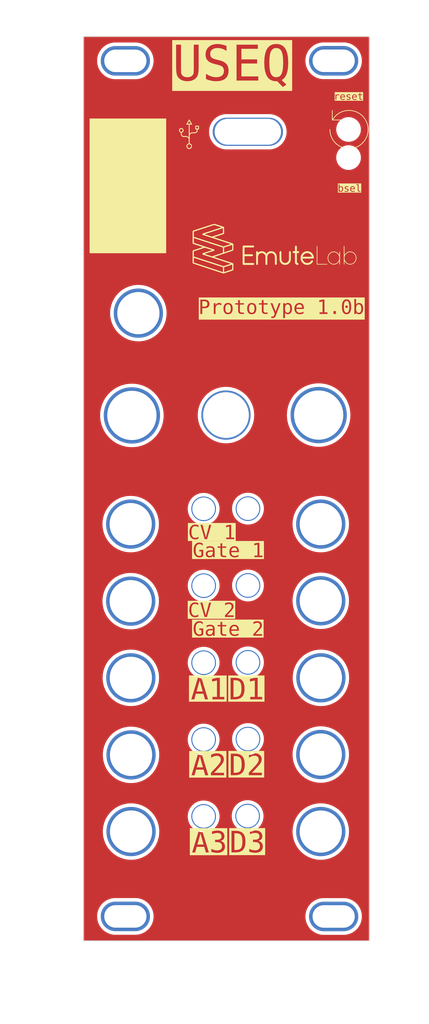
<source format=kicad_pcb>
(kicad_pcb (version 20221018) (generator pcbnew)
  (layers (0 "F.Cu" signal) (31 "B.Cu" jumper) (34 "B.Paste" user) (35 "F.Paste" user) (36 "B.SilkS" user "B.Silkscreen") (37 "F.SilkS" user "F.Silkscreen") (38 "B.Mask" user) (39 "F.Mask" user) (44 "Edge.Cuts" user))
  (net 0 "")
  (footprint "benjiaomodular:PanelHole_AudioJack_3.5mm" (layer "F.Cu") (at 137.63 102.15 -90)
    (fp_text reference "REF**" hide)
    (fp_text value "PanelHole_AudioJack_3.5mm")
    (pad "" thru_hole circle (at 0 6.5 90) (size 7 7) (drill 6) (layers "*.Cu" "*.Mask"))
  )
  (footprint "benjiaomodular:PanelHole_AudioJack_3.5mm" (layer "F.Cu") (at 151.65 91.2 90)
    (fp_text reference "REF**" hide)
    (fp_text value "PanelHole_AudioJack_3.5mm")
    (pad "" thru_hole circle (at 0 6.5 270) (size 7 7) (drill 6) (layers "*.Cu" "*.Mask"))
  )
  (footprint "benjiaomodular:PanelHole_AudioJack_3.5mm" (layer "F.Cu") (at 137.63 91.2 -90)
    (fp_text reference "REF**" hide)
    (fp_text value "PanelHole_AudioJack_3.5mm")
    (pad "" thru_hole circle (at 0 6.5 90) (size 7 7) (drill 6) (layers "*.Cu" "*.Mask"))
  )
  (footprint "benjiaomodular:MountingHole_M3" (layer "F.Cu") (at 159.98 25.34)
    (fp_text reference "REF**" hide)
    (fp_text value "MountingHole_M3")
    (pad "" thru_hole oval (at 0 0) (size 7 4.2) (drill oval 6 3.2) (layers "*.Cu" "*.Mask"))
  )
  (footprint "emutelab:Panel Hole 3mm LED" (layer "F.Cu") (at 141.8 106.5)
    (fp_text reference "REF**" hide)
    (fp_text value "Panel Hole 3mm LED")
    (pad "" np_thru_hole circle (at -0.3 4.4) (size 3.5 3.5) (drill 3.2) (layers "*.Cu" "*.Mask"))
  )
  (footprint "emutelab:Panel Hole 3mm LED" (layer "F.Cu") (at 148.05 128.3)
    (fp_text reference "REF**" hide)
    (fp_text value "Panel Hole 3mm LED")
    (pad "" np_thru_hole circle (at -0.3 4.4) (size 3.5 3.5) (drill 3.2) (layers "*.Cu" "*.Mask"))
  )
  (footprint "emutelab:Panel Hole 3mm LED" (layer "F.Cu") (at 148.1 84.6)
    (fp_text reference "REF**" hide)
    (fp_text value "Panel Hole 3mm LED")
    (pad "" np_thru_hole circle (at -0.3 4.4) (size 3.5 3.5) (drill 3.2) (layers "*.Cu" "*.Mask"))
  )
  (footprint "emutelab:Panel Hole 3mm LED" (layer "F.Cu") (at 141.8 128.35)
    (fp_text reference "REF**" hide)
    (fp_text value "Panel Hole 3mm LED")
    (pad "" np_thru_hole circle (at -0.3 4.4) (size 3.5 3.5) (drill 3.2) (layers "F&B.Cu" "*.Mask"))
  )
  (footprint "benjiaomodular:MountingHole_M3" (layer "F.Cu") (at 159.98 146.97)
    (fp_text reference "REF**" hide)
    (fp_text value "MountingHole_M3")
    (pad "" thru_hole oval (at 0 0) (size 7 4.2) (drill oval 6 3.2) (layers "*.Cu" "*.Mask"))
  )
  (footprint "benjiaomodular:PanelHole_ToggleSwitch_MTS-101" (layer "F.Cu") (at 132.22 61.21 90)
    (fp_text reference "REF**" hide)
    (fp_text value "PanelHole_ToggleSwitch_MTS-101")
    (pad "" thru_hole circle (at 0 0) (size 7 7) (drill 6) (layers "*.Cu" "*.Mask"))
  )
  (footprint "emutelab:Panel Hole USB-C MC-110LD-L137" (layer "F.Cu") (at 147.78 30.93)
    (fp_text reference "REF**" hide)
    (fp_text value "Panel Hole USB-C MC-110LD-L137")
    (pad "" np_thru_hole oval (at 0 4.5) (size 10 4) (drill oval 9.44 3.66) (layers "F&B.Cu" "*.Mask"))
  )
  (footprint "MountingHole:MountingHole_3mm" (layer "F.Cu") (at 162.1 35.1)
    (fp_text reference "REF**" hide)
    (fp_text value "MountingHole_3mm")
    (pad "" np_thru_hole circle (at 0 0) (size 3 3) (drill 3) (layers "*.Cu" "*.Mask"))
  )
  (footprint "emutelab:Panel Hole 3mm LED" (layer "F.Cu") (at 148.1 106.45)
    (fp_text reference "REF**" hide)
    (fp_text value "Panel Hole 3mm LED")
    (pad "" np_thru_hole circle (at -0.3 4.4) (size 3.5 3.5) (drill 3.2) (layers "*.Cu" "*.Mask"))
  )
  (footprint "emutelab:Panel Hole 3mm LED" (layer "F.Cu") (at 141.8 117.425)
    (fp_text reference "REF**" hide)
    (fp_text value "Panel Hole 3mm LED")
    (pad "" np_thru_hole circle (at -0.3 4.4) (size 3.5 3.5) (drill 3.2) (layers "*.Cu" "*.Mask"))
  )
  (footprint "benjiaomodular:PanelHole_AudioJack_3.5mm" (layer "F.Cu") (at 151.67 113.05 90)
    (fp_text reference "REF**" hide)
    (fp_text value "PanelHole_AudioJack_3.5mm")
    (pad "" thru_hole circle (at 0 6.5 270) (size 7 7) (drill 6) (layers "*.Cu" "*.Mask"))
  )
  (footprint "benjiaomodular:MountingHole_M3" (layer "F.Cu") (at 130.37 25.35)
    (fp_text reference "REF**" hide)
    (fp_text value "MountingHole_M3")
    (pad "" thru_hole oval (at 0 0) (size 7 4.2) (drill oval 6 3.2) (layers "*.Cu" "*.Mask"))
  )
  (footprint "benjiaomodular:PanelHole_AudioJack_3.5mm" (layer "F.Cu") (at 151.65 123.95 90)
    (fp_text reference "REF**" hide)
    (fp_text value "PanelHole_AudioJack_3.5mm")
    (pad "" thru_hole circle (at 0 6.5 270) (size 7 7) (drill 6) (layers "*.Cu" "*.Mask"))
  )
  (footprint "benjiaomodular:PanelHole_AudioJack_3.5mm" (layer "F.Cu") (at 137.65 113.05 -90)
    (fp_text reference "REF**" hide)
    (fp_text value "PanelHole_AudioJack_3.5mm")
    (pad "" thru_hole circle (at 0 6.5 90) (size 7 7) (drill 6) (layers "*.Cu" "*.Mask"))
  )
  (footprint "emutelab:Panel Hole 3mm LED" (layer "F.Cu") (at 141.8 84.625)
    (fp_text reference "REF**" hide)
    (fp_text value "Panel Hole 3mm LED")
    (pad "" np_thru_hole circle (at -0.3 4.4) (size 3.5 3.5) (drill 3.2) (layers "*.Cu" "*.Mask"))
  )
  (footprint "emutelab:Panel Hole GPBS850N" (layer "F.Cu") (at 139.175 68.7)
    (fp_text reference "REF**" hide)
    (fp_text value "Panel Hole GPBS850N")
    (pad "" np_thru_hole circle (at 5.5 7) (size 7 7) (drill 6.5) (layers "F&B.Cu" "*.Mask"))
  )
  (footprint "benjiaomodular:MountingHole_M3" (layer "F.Cu") (at 130.37 146.96)
    (fp_text reference "REF**" hide)
    (fp_text value "MountingHole_M3")
    (pad "" thru_hole oval (at 0 0) (size 7 4.2) (drill oval 6 3.2) (layers "*.Cu" "*.Mask"))
  )
  (footprint "emutelab:Panel Hole 3mm LED" (layer "F.Cu") (at 141.8 95.55)
    (fp_text reference "REF**" hide)
    (fp_text value "Panel Hole 3mm LED")
    (pad "" np_thru_hole circle (at -0.3 4.4) (size 3.5 3.5) (drill 3.2) (layers "*.Cu" "*.Mask"))
  )
  (footprint "emutelab:Panel Hole 3mm LED" (layer "F.Cu") (at 148.1 117.35)
    (fp_text reference "REF**" hide)
    (fp_text value "Panel Hole 3mm LED")
    (pad "" np_thru_hole circle (at -0.3 4.4) (size 3.5 3.5) (drill 3.2) (layers "*.Cu" "*.Mask"))
  )
  (footprint "benjiaomodular:PanelHole_Potentiometer_RV09" (layer "F.Cu") (at 128.8 83.25 90)
    (fp_text reference "REF**" hide)
    (fp_text value "PanelHole_Potentiometer_RV09" hide)
    (pad "" thru_hole circle (at 7.5 2.5 180) (size 8 8) (drill 7) (layers "*.Cu" "*.Mask"))
  )
  (footprint "benjiaomodular:PanelHole_AudioJack_3.5mm" (layer "F.Cu") (at 137.68 124 -90)
    (fp_text reference "REF**" hide)
    (fp_text value "PanelHole_AudioJack_3.5mm")
    (pad "" thru_hole circle (at 0 6.5 90) (size 7 7) (drill 6) (layers "*.Cu" "*.Mask"))
  )
  (footprint "benjiaomodular:PanelHole_AudioJack_3.5mm" (layer "F.Cu") (at 137.68 134.9 -90)
    (fp_text reference "REF**" hide)
    (fp_text value "PanelHole_AudioJack_3.5mm")
    (pad "" thru_hole circle (at 0 6.5 90) (size 7 7) (drill 6) (layers "*.Cu" "*.Mask"))
  )
  (footprint "benjiaomodular:PanelHole_AudioJack_3.5mm" (layer "F.Cu") (at 151.65 102.1 90)
    (fp_text reference "REF**" hide)
    (fp_text value "PanelHole_AudioJack_3.5mm")
    (pad "" thru_hole circle (at 0 6.5 270) (size 7 7) (drill 6) (layers "*.Cu" "*.Mask"))
  )
  (footprint "emutelab:Panel Hole 3mm LED" (layer "F.Cu") (at 148.1 95.525)
    (fp_text reference "REF**" hide)
    (fp_text value "Panel Hole 3mm LED")
    (pad "" np_thru_hole circle (at -0.3 4.4) (size 3.5 3.5) (drill 3.2) (layers "*.Cu" "*.Mask"))
  )
  (footprint "MountingHole:MountingHole_3mm" (layer "F.Cu") (at 162.1 39.1)
    (fp_text reference "REF**" hide)
    (fp_text value "MountingHole_3mm")
    (pad "" np_thru_hole circle (at 0 0) (size 3 3) (drill 3) (layers "F&B.Cu" "*.Mask"))
  )
  (footprint "benjiaomodular:PanelHole_Potentiometer_RV09" (layer "F.Cu") (at 155.35 83.2 90)
    (fp_text reference "REF**" hide)
    (fp_text value "PanelHole_Potentiometer_RV09" hide)
    (pad "" thru_hole circle (at 7.5 2.5 180) (size 8 8) (drill 7) (layers "*.Cu" "*.Mask"))
  )
  (footprint "benjiaomodular:PanelHole_AudioJack_3.5mm" (layer "F.Cu") (at 151.65 134.9 90)
    (fp_text reference "REF**" hide)
    (fp_text value "PanelHole_AudioJack_3.5mm")
    (pad "" thru_hole circle (at 0 6.5 270) (size 7 7) (drill 6) (layers "*.Cu" "*.Mask"))
  )
  (gr_circle (center 131.34 25.33) (end 131.34 25.33) (stroke (width 0.15)) (fill none) (layer "B.SilkS"))
  (gr_line (start 164.87768 35.110255) (end 164.874146 35.25) (stroke (width 0.1)) (layer "F.SilkS"))
  (gr_line (start 162.162073 32.394652) (end 162.301818 32.398186) (stroke (width 0.1)) (layer "F.SilkS"))
  (gr_line (start 159.812418 33.747878) (end 159.857679 33.672804) (stroke (width 0.1)) (layer "F.SilkS"))
  (gr_line (start 159.774226 36.404673) (end 159.714255 36.287581) (stroke (width 0.1)) (layer "F.SilkS"))
  (gr_line (start 163.219109 32.608058) (end 163.3394 32.66244) (stroke (width 0.1)) (layer "F.SilkS"))
  (gr_line (start 164.549921 36.404673) (end 164.484532 36.518394) (stroke (width 0.1)) (layer "F.SilkS"))
  (gr_line (start 161.52484 32.469834) (end 161.612976 32.450194) (stroke (width 0.1)) (layer "F.SilkS"))
  (gr_line (start 163.889451 37.205746) (end 163.786863 37.286364) (stroke (width 0.1)) (layer "F.SilkS"))
  (gr_poly (pts (xy 148.630941 51.631854) (xy 148.635268 51.63563) (xy 148.639397 51.639514) (xy 148.643328 51.6435) (xy 148.647061 51.647586) (xy 148.650594 51.651768) (xy 148.653927 51.656042) (xy 148.657058 51.660405) (xy 148.659988 51.664854) (xy 148.662714 51.669385) (xy 148.665237 51.673994) (xy 148.667556 51.678678) (xy 148.669669 51.683433) (xy 148.671576 51.688256) (xy 148.673276 51.693144) (xy 148.674768 51.698092) (xy 148.676052 51.703098) (xy 148.677126 51.708157) (xy 148.67799 51.713267) (xy 148.678643 51.718423) (xy 148.679084 51.723623) (xy 148.679312 51.728862) (xy 148.679327 51.734137) (xy 148.679127 51.739445) (xy 148.678713 51.744782) (xy 148.678082 51.750145) (xy 148.677234 51.755529) (xy 148.676168 51.760933) (xy 148.674884 51.766351) (xy 148.673381 51.771781) (xy 148.671658 51.777218) (xy 148.669713 51.782661) (xy 148.667547 51.788104) (xy 148.661117 51.803769) (xy 148.658104 51.810832) (xy 148.65503 51.817406) (xy 148.651751 51.823508) (xy 148.648118 51.829155) (xy 148.646124 51.831814) (xy 148.643987 51.834366) (xy 148.641689 51.836813) (xy 148.639211 51.839158) (xy 148.636535 51.841402) (xy 148.633643 51.843548) (xy 148.630517 51.845598) (xy 148.627138 51.847554) (xy 148.623488 51.849418) (xy 148.619548 51.851193) (xy 148.615302 51.852881) (xy 148.610729 51.854483) (xy 148.605813 51.856003) (xy 148.600534 51.857442) (xy 148.588816 51.860087) (xy 148.57543 51.862435) (xy 148.560228 51.864504) (xy 148.543066 51.866312) (xy 148.523796 51.867877) (xy 148.502272 51.869215) (xy 148.478349 51.870344) (xy 148.45188 51.871282) (xy 148.422718 51.872047) (xy 148.390718 51.872655) (xy 148.355733 51.873125) (xy 148.276224 51.87372) (xy 148.183022 51.873971) (xy 147.950857 51.874003) (xy 147.313116 51.874003) (xy 147.313116 52.841517) (xy 147.865515 52.84157) (xy 148.174426 52.842137) (xy 148.273942 52.843211) (xy 148.344757 52.845168) (xy 148.392816 52.848275) (xy 148.424064 52.852799) (xy 148.444446 52.859008) (xy 148.459906 52.867167) (xy 148.466696 52.871627) (xy 148.473077 52.876459) (xy 148.47905 52.881642) (xy 148.484612 52.887154) (xy 148.489764 52.892974) (xy 148.494503 52.89908) (xy 148.498829 52.905449) (xy 148.502741 52.91206) (xy 148.506238 52.918891) (xy 148.509319 52.925921) (xy 148.511983 52.933127) (xy 148.51423 52.940488) (xy 148.516057 52.947981) (xy 148.517465 52.955586) (xy 148.518451 52.96328) (xy 148.519016 52.971042) (xy 148.519158 52.97885) (xy 148.518877 52.986681) (xy 148.51817 52.994515) (xy 148.517039 53.002328) (xy 148.51548 53.0101) (xy 148.513494 53.017809) (xy 148.511079 53.025433) (xy 148.508235 53.03295) (xy 148.50496 53.040338) (xy 148.501253 53.047576) (xy 148.497115 53.054641) (xy 148.492543 53.061512) (xy 148.487536 53.068167) (xy 148.482094 53.074585) (xy 148.476216 53.080743) (xy 148.4699 53.086619) (xy 148.4363 53.116023) (xy 147.313345 53.116023) (xy 147.313345 54.083537) (xy 148.594259 54.083537) (xy 148.635656 54.120539) (xy 148.641875 54.126218) (xy 148.647465 54.131605) (xy 148.652461 54.136779) (xy 148.656895 54.141816) (xy 148.658912 54.144307) (xy 148.660801 54.146793) (xy 148.662566 54.149284) (xy 148.664211 54.151788) (xy 148.665741 54.154316) (xy 148.667159 54.156877) (xy 148.66847 54.159481) (xy 148.669678 54.162138) (xy 148.670786 54.164856) (xy 148.6718 54.167647) (xy 148.672724 54.170518) (xy 148.67356 54.173481) (xy 148.674314 54.176544) (xy 148.67499 54.179718) (xy 148.676123 54.186435) (xy 148.676993 54.193708) (xy 148.677632 54.201615) (xy 148.678073 54.210232) (xy 148.67835 54.219637) (xy 148.678462 54.229378) (xy 148.678395 54.238224) (xy 148.678109 54.246268) (xy 148.677566 54.253604) (xy 148.676728 54.260322) (xy 148.675556 54.266516) (xy 148.674011 54.272278) (xy 148.672054 54.2777) (xy 148.669648 54.282875) (xy 148.666752 54.287895) (xy 148.66333 54.292853) (xy 148.659341 54.297841) (xy 148.654748 54.302951) (xy 148.649511 54.308277) (xy 148.643592 54.313909) (xy 148.636953 54.319941) (xy 148.594259 54.358141) (xy 147.872091 54.35731) (xy 147.589375 54.35608) (xy 147.353447 54.353317) (xy 147.188967 54.349399) (xy 147.141226 54.347126) (xy 147.120596 54.344706) (xy 147.120367 54.344676) (xy 147.117249 54.343166) (xy 147.113951 54.341282) (xy 147.110501 54.339049) (xy 147.106928 54.336493) (xy 147.10326 54.333639) (xy 147.099527 54.330514) (xy 147.095757 54.327142) (xy 147.091978 54.32355) (xy 147.088219 54.319763) (xy 147.084509 54.315808) (xy 147.080876 54.311709) (xy 147.077349 54.307494) (xy 147.073956 54.303186) (xy 147.070726 54.298813) (xy 147.067688 54.2944) (xy 147.064871 54.289973) (xy 147.062535 54.286035) (xy 147.060342 54.281981) (xy 147.058288 54.277588) (xy 147.056367 54.272628) (xy 147.054577 54.266877) (xy 147.052911 54.260109) (xy 147.051366 54.252098) (xy 147.049937 54.242619) (xy 147.048619 54.231447) (xy 147.047408 54.218354) (xy 147.0463 54.203117) (xy 147.045289 54.18551) (xy 147.044372 54.165306) (xy 147.043543 54.142281) (xy 147.042799 54.116208) (xy 147.042135 54.086863) (xy 147.041028 54.017452) (xy 147.040186 53.932243) (xy 147.039572 53.829432) (xy 147.039152 53.707215) (xy 147.038887 53.563785) (xy 147.038743 53.39734) (xy 147.038671 52.988185) (xy 147.039415 52.209544) (xy 147.041647 51.972636) (xy 147.046255 51.814287) (xy 147.05409 51.717211) (xy 147.059484 51.686248) (xy 147.066004 51.664121) (xy 147.073757 51.648668) (xy 147.082848 51.63773) (xy 147.105474 51.620753) (xy 147.108202 51.619012) (xy 147.111329 51.617367) (xy 147.114952 51.615815) (xy 147.119165 51.614355) (xy 147.124065 51.612983) (xy 147.129746 51.611696) (xy 147.136304 51.610492) (xy 147.143834 51.609368) (xy 147.162192 51.60735) (xy 147.185584 51.605621) (xy 147.214772 51.604158) (xy 147.250519 51.602941) (xy 147.293588 51.601948) (xy 147.344743 51.601156) (xy 147.404746 51.600546) (xy 147.47436 51.600094) (xy 147.645473 51.599584) (xy 147.864187 51.599452) (xy 148.592443 51.599452)) (fill solid) (layer "F.SilkS"))
  (gr_line (start 162.709362 37.770687) (end 162.575633 37.794568) (stroke (width 0.1)) (layer "F.SilkS"))
  (gr_line (start 160.78734 32.767826) (end 160.863719 32.724553) (stroke (width 0.1)) (layer "F.SilkS"))
  (gr_line (start 161.26725 32.545531) (end 161.351926 32.517554) (stroke (width 0.1)) (layer "F.SilkS"))
  (gr_line (start 160.867655 37.498099) (end 160.753933 37.432711) (stroke (width 0.1)) (layer "F.SilkS"))
  (gr_poly (pts (xy 160.834998 52.450659) (xy 160.837804 52.450945) (xy 160.840592 52.451421) (xy 160.843353 52.452087) (xy 160.846076 52.452944) (xy 160.848752 52.453992) (xy 160.851374 52.45523) (xy 160.85393 52.456658) (xy 160.856412 52.458277) (xy 160.858811 52.460086) (xy 160.861117 52.462085) (xy 160.863321 52.464275) (xy 160.865413 52.466656) (xy 160.867386 52.469227) (xy 160.869228 52.471988) (xy 160.870932 52.47494) (xy 160.872567 52.481461) (xy 160.874097 52.494746) (xy 160.87684 52.541514) (xy 160.879161 52.61506) (xy 160.88106 52.715196) (xy 160.882537 52.841738) (xy 160.883592 52.9945) (xy 160.884436 53.37794) (xy 160.883521 53.761386) (xy 160.880871 54.04069) (xy 160.876627 54.214371) (xy 160.873952 54.261139) (xy 160.870932 54.280947) (xy 160.870243 54.282243) (xy 160.869494 54.283522) (xy 160.868687 54.284784) (xy 160.867824 54.286025) (xy 160.866907 54.287246) (xy 160.865941 54.288444) (xy 160.864927 54.289617) (xy 160.863869 54.290765) (xy 160.861628 54.292975) (xy 160.859241 54.295061) (xy 160.85673 54.29701) (xy 160.854116 54.29881) (xy 160.851422 54.300446) (xy 160.848668 54.301907) (xy 160.845877 54.303178) (xy 160.843071 54.304248) (xy 160.841669 54.304703) (xy 160.840271 54.305103) (xy 160.83888 54.305445) (xy 160.8375 54.305729) (xy 160.836131 54.305953) (xy 160.834778 54.306115) (xy 160.833443 54.306213) (xy 160.832128 54.306246) (xy 160.828099 54.306116) (xy 160.824274 54.305708) (xy 160.820649 54.304995) (xy 160.817219 54.30395) (xy 160.813978 54.302545) (xy 160.812427 54.301699) (xy 160.810922 54.300753) (xy 160.809462 54.299703) (xy 160.808045 54.298547) (xy 160.806672 54.29728) (xy 160.805342 54.2959) (xy 160.804055 54.294402) (xy 160.802808 54.292784) (xy 160.800438 54.289173) (xy 160.798226 54.285039) (xy 160.796168 54.280355) (xy 160.794258 54.275093) (xy 160.79249 54.269228) (xy 160.790861 54.26273) (xy 160.789364 54.255574) (xy 160.787994 54.247731) (xy 160.786747 54.239176) (xy 160.785617 54.22988) (xy 160.784599 54.219816) (xy 160.783688 54.208957) (xy 160.782878 54.197276) (xy 160.782164 54.184746) (xy 160.781542 54.17134) (xy 160.781006 54.15703) (xy 160.78055 54.141788) (xy 160.779862 54.108404) (xy 160.779434 54.070971) (xy 160.779226 54.029269) (xy 160.778662 53.802882) (xy 160.751364 53.855181) (xy 160.730394 53.892399) (xy 160.706875 53.928823) (xy 160.680962 53.964328) (xy 160.652816 53.998792) (xy 160.622596 54.032091) (xy 160.590458 54.064101) (xy 160.556563 54.094699) (xy 160.521068 54.123761) (xy 160.484133 54.151163) (xy 160.445916 54.176782) (xy 160.406575 54.200494) (xy 160.366269 54.222176) (xy 160.325157 54.241704) (xy 160.283397 54.258954) (xy 160.241148 54.273803) (xy 160.198568 54.286128) (xy 160.179713 54.290388) (xy 160.158572 54.294095) (xy 160.135466 54.297246) (xy 160.110714 54.299841) (xy 160.084636 54.301877) (xy 160.05755 54.303355) (xy 160.001635 54.304629) (xy 159.945523 54.303652) (xy 159.918192 54.302317) (xy 159.891771 54.300416) (xy 159.866578 54.297948) (xy 159.842933 54.294911) (xy 159.821156 54.291304) (xy 159.801565 54.287127) (xy 159.801657 54.287203) (xy 159.765688 54.277342) (xy 159.7294 54.265128) (xy 159.692966 54.250685) (xy 159.656559 54.234138) (xy 159.620353 54.21561) (xy 159.58452 54.195228) (xy 159.549234 54.173114) (xy 159.514667 54.149393) (xy 159.480994 54.124189) (xy 159.448388 54.097628) (xy 159.417021 54.069833) (xy 159.387067 54.040928) (xy 159.358698 54.011039) (xy 159.332089 53.980289) (xy 159.307413 53.948803) (xy 159.284841 53.916705) (xy 159.264017 53.884304) (xy 159.244842 53.852348) (xy 159.227276 53.820692) (xy 159.211276 53.789194) (xy 159.196802 53.75771) (xy 159.183812 53.726099) (xy 159.172264 53.694216) (xy 159.162117 53.661918) (xy 159.153329 53.629063) (xy 159.145858 53.595508) (xy 159.139664 53.561109) (xy 159.134704 53.525723) (xy 159.130937 53.489208) (xy 159.128322 53.45142) (xy 159.126816 53.412217) (xy 159.126493 53.382087) (xy 159.213448 53.382087) (xy 159.215667 53.438065) (xy 159.221496 53.494106) (xy 159.230941 53.550069) (xy 159.244012 53.605808) (xy 159.260717 53.661181) (xy 159.281063 53.716043) (xy 159.305059 53.770251) (xy 159.324583 53.807937) (xy 159.346521 53.84478) (xy 159.37071 53.880644) (xy 159.396988 53.915393) (xy 159.425192 53.948891) (xy 159.455158 53.981003) (xy 159.486725 54.011592) (xy 159.519728 54.040524) (xy 159.554004 54.067662) (xy 159.589392 54.09287) (xy 159.625728 54.116014) (xy 159.662849 54.136956) (xy 159.700592 54.155562) (xy 159.738794 54.171695) (xy 159.777292 54.18522) (xy 159.815924 54.196002) (xy 159.834812 54.200073) (xy 159.855456 54.203588) (xy 159.877597 54.206547) (xy 159.900978 54.208952) (xy 159.925341 54.210803) (xy 159.950427 54.212103) (xy 160.001738 54.213051) (xy 160.027445 54.212702) (xy 160.052845 54.211806) (xy 160.077677 54.210363) (xy 160.101684 54.208376) (xy 160.124608 54.205845) (xy 160.146191 54.202772) (xy 160.166175 54.199157) (xy 160.184301 54.195002) (xy 160.184393 54.194804) (xy 160.231129 54.180795) (xy 160.277046 54.163399) (xy 160.321979 54.142774) (xy 160.365768 54.119077) (xy 160.408249 54.092466) (xy 160.449259 54.063099) (xy 160.488637 54.031134) (xy 160.52622 53.996729) (xy 160.561845 53.960042) (xy 160.59535 53.92123) (xy 160.626573 53.880451) (xy 160.65535 53.837864) (xy 160.68152 53.793626) (xy 160.704919 53.747894) (xy 160.725386 53.700827) (xy 160.742758 53.652583) (xy 160.749612 53.629003) (xy 160.755764 53.603052) (xy 160.761201 53.57506) (xy 160.765911 53.545357) (xy 160.76988 53.514271) (xy 160.773097 53.482132) (xy 160.775547 53.449271) (xy 160.77722 53.416016) (xy 160.778101 53.382698) (xy 160.778178 53.349645) (xy 160.777439 53.317187) (xy 160.775871 53.285654) (xy 160.773461 53.255376) (xy 160.770197 53.226682) (xy 160.766065 53.199901) (xy 160.761053 53.175364) (xy 160.753924 53.146929) (xy 160.746019 53.119236) (xy 160.737309 53.092236) (xy 160.727766 53.065881) (xy 160.717364 53.040124) (xy 160.706075 53.014915) (xy 160.693871 52.990206) (xy 160.680725 52.96595) (xy 160.666609 52.942097) (xy 160.651496 52.9186) (xy 160.635359 52.89541) (xy 160.618169 52.872479) (xy 160.599899 52.849759) (xy 160.580522 52.827202) (xy 160.56001 52.804759) (xy 160.538336 52.782382) (xy 160.498727 52.744619) (xy 160.458311 52.710072) (xy 160.417108 52.678745) (xy 160.375138 52.650646) (xy 160.332423 52.625779) (xy 160.288981 52.604152) (xy 160.244834 52.585769) (xy 160.200001 52.570638) (xy 160.154502 52.558764) (xy 160.108359 52.550153) (xy 160.06159 52.544812) (xy 160.014217 52.542746) (xy 159.966259 52.543961) (xy 159.917738 52.548463) (xy 159.868672 52.556259) (xy 159.819082 52.567355) (xy 159.783504 52.577339) (xy 159.748709 52.588869) (xy 159.714717 52.601931) (xy 159.681546 52.616512) (xy 159.649216 52.632597) (xy 159.617745 52.650173) (xy 159.587154 52.669226) (xy 159.557461 52.689743) (xy 159.528685 52.711709) (xy 159.500846 52.73511) (xy 159.473963 52.759934) (xy 159.448055 52.786166) (xy 159.423142 52.813793) (xy 159.399242 52.8428) (xy 159.376374 52.873174) (xy 159.354559 52.904902) (xy 159.324659 52.953833) (xy 159.298295 53.004121) (xy 159.275475 53.055624) (xy 159.256209 53.108197) (xy 159.240503 53.161697) (xy 159.228366 53.215979) (xy 159.219806 53.270901) (xy 159.21483 53.326318) (xy 159.213448 53.382087) (xy 159.126493 53.382087) (xy 159.126379 53.371455) (xy 159.126755 53.327404) (xy 159.127803 53.289345) (xy 159.129681 53.256021) (xy 159.132543 53.226177) (xy 159.134393 53.212168) (xy 159.136548 53.198558) (xy 159.139027 53.18519) (xy 159.14185 53.171908) (xy 159.148606 53.144973) (xy 159.156973 53.116496) (xy 159.178231 53.054181) (xy 159.202676 52.994292) (xy 159.230202 52.936933) (xy 159.260703 52.882208) (xy 159.294072 52.830219) (xy 159.330204 52.781072) (xy 159.368992 52.734868) (xy 159.41033 52.691713) (xy 159.454112 52.651709) (xy 159.500232 52.614961) (xy 159.548584 52.581572) (xy 159.599061 52.551645) (xy 159.651558 52.525285) (xy 159.705968 52.502594) (xy 159.762186 52.483677) (xy 159.820105 52.468638) (xy 159.843683 52.463965) (xy 159.868786 52.460067) (xy 159.895159 52.456935) (xy 159.922547 52.454561) (xy 159.950693 52.452937) (xy 159.979343 52.452053) (xy 160.008241 52.451902) (xy 160.037132 52.452475) (xy 160.065761 52.453764) (xy 160.093872 52.455761) (xy 160.121211 52.458457) (xy 160.147521 52.461844) (xy 160.172547 52.465914) (xy 160.196035 52.470658) (xy 160.217728 52.476067) (xy 160.237371 52.482134) (xy 160.275077 52.496139) (xy 160.31248 52.511982) (xy 160.349449 52.529563) (xy 160.385852 52.548777) (xy 160.421559 52.569522) (xy 160.456439 52.591696) (xy 160.490361 52.615197) (xy 160.523193 52.63992) (xy 160.554806 52.665764) (xy 160.585067 52.692626) (xy 160.613847 52.720403) (xy 160.641014 52.748993) (xy 160.666437 52.778293) (xy 160.689985 52.8082) (xy 160.711527 52.838612) (xy 160.730932 52.869425) (xy 160.779928 52.952426) (xy 160.779928 52.726328) (xy 160.7802 52.678556) (xy 160.780982 52.633899) (xy 160.782221 52.593137) (xy 160.783865 52.557046) (xy 160.78586 52.526404) (xy 160.788155 52.501987) (xy 160.790696 52.484574) (xy 160.792043 52.478736) (xy 160.793432 52.47494) (xy 160.795136 52.471988) (xy 160.796978 52.469227) (xy 160.79895 52.466656) (xy 160.801043 52.464275) (xy 160.803247 52.462085) (xy 160.805553 52.460086) (xy 160.807952 52.458277) (xy 160.810434 52.456658) (xy 160.81299 52.45523) (xy 160.815611 52.453992) (xy 160.818288 52.452944) (xy 160.821011 52.452087) (xy 160.823771 52.451421) (xy 160.826559 52.450945) (xy 160.829366 52.450659) (xy 160.832182 52.450564)) (fill solid) (layer "F.SilkS"))
  (gr_line (start 163.456492 37.498099) (end 163.3394 37.55807) (stroke (width 0.1)) (layer "F.SilkS"))
  (gr_line (start 164.257567 33.382879) (end 164.338185 33.485467) (stroke (width 0.1)) (layer "F.SilkS"))
  (gr_line (start 163.3394 37.55807) (end 163.219109 37.612453) (stroke (width 0.1)) (layer "F.SilkS"))
  (gr_line (start 160.007225 33.457411) (end 160.061491 33.389061) (stroke (width 0.1)) (layer "F.SilkS"))
  (gr_line (start 159.45 35.25) (end 159.446467 35.110255) (stroke (width 0.1)) (layer "F.SilkS"))
  (gr_line (start 164.755592 35.917793) (end 164.712897 36.043971) (stroke (width 0.1)) (layer "F.SilkS"))
  (gr_line (start 164.484532 36.518394) (end 164.413897 36.628575) (stroke (width 0.1)) (layer "F.SilkS"))
  (gr_line (start 161.748514 37.794568) (end 161.614784 37.770687) (stroke (width 0.1)) (layer "F.SilkS"))
  (gr_line (start 160.299281 33.134259) (end 160.363654 33.075464) (stroke (width 0.1)) (layer "F.SilkS"))
  (gr_line (start 162.840745 37.740364) (end 162.709362 37.770687) (stroke (width 0.1)) (layer "F.SilkS"))
  (gr_line (start 161.354536 37.70377) (end 161.228357 37.661076) (stroke (width 0.1)) (layer "F.SilkS"))
  (gr_line (start 164.082297 33.190034) (end 164.172214 33.284345) (stroke (width 0.1)) (layer "F.SilkS"))
  (gr_line (start 161.79235 32.41961) (end 161.883485 32.408768) (stroke (width 0.1)) (layer "F.SilkS"))
  (gr_line (start 159.985962 36.735044) (end 159.91025 36.628575) (stroke (width 0.1)) (layer "F.SilkS"))
  (gr_line (start 164.712897 36.043971) (end 164.664274 36.16729) (stroke (width 0.1)) (layer "F.SilkS"))
  (gr_line (start 162.709362 32.449824) (end 162.840745 32.480147) (stroke (width 0.1)) (layer "F.SilkS"))
  (gr_line (start 161.101714 32.609466) (end 161.183829 32.576186) (stroke (width 0.1)) (layer "F.SilkS"))
  (gr_line (start 164.874146 35.25) (end 164.86366 35.38791) (stroke (width 0.1)) (layer "F.SilkS"))
  (gr_line (start 162.162073 37.825858) (end 162.022329 37.822325) (stroke (width 0.1)) (layer "F.SilkS"))
  (gr_line (start 164.257567 36.837631) (end 164.172214 36.936165) (stroke (width 0.1)) (layer "F.SilkS"))
  (gr_line (start 161.702163 32.433436) (end 161.79235 32.41961) (stroke (width 0.1)) (layer "F.SilkS"))
  (gr_rect (start 125.36 33.62) (end 136.1 52.62) (stroke (width 0.15)) (fill solid) (layer "F.SilkS"))
  (gr_line (start 159.955133 33.527519) (end 160.007225 33.457411) (stroke (width 0.1)) (layer "F.SilkS"))
  (gr_line (start 161.183829 32.576186) (end 161.26725 32.545531) (stroke (width 0.1)) (layer "F.SilkS"))
  (gr_line (start 159.477757 35.523815) (end 159.460487 35.38791) (stroke (width 0.1)) (layer "F.SilkS"))
  (gr_line (start 160.06658 36.837631) (end 159.985962 36.735044) (stroke (width 0.1)) (layer "F.SilkS"))
  (gr_line (start 160.712524 32.813471) (end 160.78734 32.767826) (stroke (width 0.1)) (layer "F.SilkS"))
  (gr_poly (pts (xy 143.007971 48.51481) (xy 143.022329 48.51804) (xy 143.06897 48.530463) (xy 143.137118 48.550109) (xy 143.223902 48.576108) (xy 143.441884 48.643671) (xy 143.699942 48.726176) (xy 144.061208 48.84406) (xy 144.17821 48.883395) (xy 144.26133 48.912817) (xy 144.316973 48.934692) (xy 144.351545 48.951388) (xy 144.37145 48.965274) (xy 144.383093 48.978716) (xy 144.387803 48.985821) (xy 144.389943 48.989363) (xy 144.391946 48.993005) (xy 144.393815 48.996825) (xy 144.395556 49.000902) (xy 144.397173 49.005316) (xy 144.398671 49.010145) (xy 144.400054 49.015469) (xy 144.401327 49.021366) (xy 144.402495 49.027917) (xy 144.403561 49.035199) (xy 144.404531 49.043293) (xy 144.405409 49.052277) (xy 144.4062 49.062231) (xy 144.406908 49.073233) (xy 144.407538 49.085363) (xy 144.408094 49.0987) (xy 144.409003 49.12931) (xy 144.409672 49.165697) (xy 144.410138 49.208494) (xy 144.410437 49.258333) (xy 144.410605 49.315849) (xy 144.410696 49.456439) (xy 144.410696 49.894122) (xy 144.3747 49.934222) (xy 144.371546 49.937559) (xy 144.368042 49.940882) (xy 144.3641 49.944223) (xy 144.359629 49.947613) (xy 144.35454 49.951086) (xy 144.348743 49.954675) (xy 144.342148 49.958411) (xy 144.334666 49.962327) (xy 144.326207 49.966456) (xy 144.316681 49.97083) (xy 144.294069 49.980445) (xy 144.266113 49.991431) (xy 144.232096 50.004048) (xy 144.191299 50.018557) (xy 144.143004 50.035218) (xy 144.086495 50.054291) (xy 144.021052 50.076036) (xy 143.860498 50.128583) (xy 143.6556 50.194941) (xy 143.173151 50.352788) (xy 143.026405 50.402363) (xy 142.972525 50.422419) (xy 142.999959 50.432758) (xy 143.078554 50.459573) (xy 143.367187 50.555399) (xy 144.315939 50.865229) (xy 145.047553 51.103469) (xy 145.456079 51.239793) (xy 145.56976 51.280305) (xy 145.639358 51.308018) (xy 145.677104 51.327161) (xy 145.695227 51.34196) (xy 145.731222 51.382662) (xy 145.730749 51.821154) (xy 145.729976 52.07306) (xy 145.728777 52.152218) (xy 145.726593 52.207302) (xy 145.72309 52.243653) (xy 145.720741 52.256474) (xy 145.717937 52.266614) (xy 145.714637 52.274743) (xy 145.710799 52.281527) (xy 145.701345 52.293734) (xy 145.698476 52.296573) (xy 145.694336 52.29974) (xy 145.681724 52.30724) (xy 145.662455 52.316605) (xy 145.635479 52.328205) (xy 145.599744 52.342408) (xy 145.554197 52.359585) (xy 145.497786 52.380104) (xy 145.42946 52.404337) (xy 145.252855 52.465421) (xy 145.015966 52.545793) (xy 144.710377 52.648411) (xy 144.327673 52.776232) (xy 143.364948 53.1016) (xy 143.09285 53.197226) (xy 143.022354 53.223709) (xy 143.000601 53.234232) (xy 143.403004 53.368299) (xy 144.345327 53.677523) (xy 145.03935 53.905216) (xy 145.445635 54.041606) (xy 145.564809 54.083838) (xy 145.64077 54.113176) (xy 145.683091 54.13293) (xy 145.701345 54.146411) (xy 145.706382 54.152708) (xy 145.708665 54.155811) (xy 145.710798 54.158996) (xy 145.712786 54.162345) (xy 145.714634 54.165943) (xy 145.716348 54.169872) (xy 145.717932 54.174216) (xy 145.719393 54.179059) (xy 145.720735 54.184484) (xy 145.721963 54.190574) (xy 145.723082 54.197414) (xy 145.724099 54.205086) (xy 145.725017 54.213674) (xy 145.725843 54.223262) (xy 145.726581 54.233933) (xy 145.727238 54.24577) (xy 145.727816 54.258858) (xy 145.728324 54.273279) (xy 145.728764 54.289117) (xy 145.729143 54.306455) (xy 145.729466 54.325378) (xy 145.729963 54.368309) (xy 145.730299 54.418577) (xy 145.730514 54.476852) (xy 145.730749 54.620089) (xy 145.731222 55.058589) (xy 145.695227 55.098887) (xy 145.692094 55.102208) (xy 145.688582 55.105535) (xy 145.68461 55.108899) (xy 145.680093 55.112331) (xy 145.674951 55.115864) (xy 145.6691 55.119527) (xy 145.662458 55.123353) (xy 145.654943 55.127373) (xy 145.63696 55.136117) (xy 145.614493 55.146011) (xy 145.58688 55.157304) (xy 145.553463 55.170246) (xy 145.51358 55.185087) (xy 145.466571 55.202077) (xy 145.411777 55.221466) (xy 145.348537 55.243504) (xy 145.194079 55.296527) (xy 144.997915 55.363146) (xy 144.525394 55.520943) (xy 144.377417 55.568634) (xy 144.318045 55.58578) (xy 143.673397 55.376486) (xy 142.149511 54.875208) (xy 142.149481 54.875208) (xy 140.295792 54.259281) (xy 140.029225 54.161826) (xy 139.982233 54.138592) (xy 139.962759 54.122019) (xy 139.926062 54.078021) (xy 139.926062 54.017199) (xy 140.109106 54.017199) (xy 140.942617 54.29175) (xy 143.005133 54.970759) (xy 144.234136 55.375231) (xy 144.238134 55.034701) (xy 144.238192 55.026217) (xy 144.41065 55.026217) (xy 144.411346 55.194797) (xy 144.412366 55.253886) (xy 144.413965 55.298432) (xy 144.416244 55.33013) (xy 144.419302 55.350674) (xy 144.421154 55.357293) (xy 144.423238 55.361758) (xy 144.425567 55.364282) (xy 144.428152 55.365077) (xy 144.441223 55.361847) (xy 144.471633 55.352591) (xy 144.576647 55.318594) (xy 144.727534 55.268269) (xy 144.908636 55.206805) (xy 144.90859 55.206622) (xy 145.466391 55.015849) (xy 145.561193 54.983347) (xy 145.561193 54.317149) (xy 145.53179 54.326151) (xy 144.531591 54.647761) (xy 144.41065 54.687357) (xy 144.41065 55.026217) (xy 144.238192 55.026217) (xy 144.239036 54.902001) (xy 144.238789 54.792416) (xy 144.237463 54.71732) (xy 144.236417 54.696261) (xy 144.235128 54.68809) (xy 144.235006 54.68809) (xy 140.122503 53.351397) (xy 140.121673 53.351731) (xy 140.120869 53.352731) (xy 140.120093 53.354396) (xy 140.119343 53.356724) (xy 140.117924 53.363362) (xy 140.116612 53.372632) (xy 140.115407 53.384521) (xy 140.114308 53.399015) (xy 140.113315 53.416101) (xy 140.112429 53.435765) (xy 140.110971 53.482775) (xy 140.109933 53.539939) (xy 140.109312 53.607149) (xy 140.109106 53.684298) (xy 140.109106 54.017199) (xy 139.926062 54.017199) (xy 139.926062 52.424449) (xy 140.108648 52.424449) (xy 140.112646 52.792597) (xy 140.116644 53.160746) (xy 142.215109 53.843607) (xy 144.323019 54.5273) (xy 144.335182 54.524137) (xy 144.366505 54.514747) (xy 144.478153 54.479952) (xy 144.641011 54.428243) (xy 144.838125 54.364947) (xy 144.837088 54.364939) (xy 145.195942 54.247977) (xy 145.306459 54.21103) (xy 145.348654 54.195857) (xy 145.348724 54.195508) (xy 145.348377 54.195028) (xy 145.346473 54.193686) (xy 145.34302 54.191861) (xy 145.338097 54.189584) (xy 145.331784 54.186886) (xy 145.324158 54.183798) (xy 145.305286 54.17657) (xy 145.282114 54.168148) (xy 145.255272 54.158775) (xy 145.225392 54.148695) (xy 145.193106 54.138156) (xy 141.589773 52.961756) (xy 141.325018 52.874659) (xy 141.325064 52.789462) (xy 141.325109 52.704264) (xy 142.011465 52.481997) (xy 142.4962 52.322921) (xy 142.643662 52.272889) (xy 142.697821 52.252566) (xy 142.695164 52.250966) (xy 142.687371 52.247725) (xy 142.657422 52.236672) (xy 142.547422 52.198757) (xy 142.38462 52.144478) (xy 142.185812 52.079493) (xy 141.673788 51.913592) (xy 141.398062 52.003993) (xy 140.615484 52.25944) (xy 140.108648 52.424449) (xy 139.926062 52.424449) (xy 139.926062 52.362078) (xy 139.968557 52.315081) (xy 139.972354 52.310969) (xy 139.976228 52.307004) (xy 139.980292 52.303144) (xy 139.984661 52.299347) (xy 139.989449 52.295572) (xy 139.994771 52.291776) (xy 140.000739 52.287917) (xy 140.007469 52.283953) (xy 140.015074 52.279843) (xy 140.023669 52.275543) (xy 140.033368 52.271013) (xy 140.044284 52.26621) (xy 140.056532 52.261092) (xy 140.070226 52.255617) (xy 140.085481 52.249743) (xy 140.102409 52.243429) (xy 140.141746 52.229309) (xy 140.189149 52.212921) (xy 140.245531 52.19393) (xy 140.311805 52.171998) (xy 140.388884 52.146791) (xy 140.477682 52.117971) (xy 140.694082 52.048152) (xy 141.176472 51.890881) (xy 141.32321 51.841544) (xy 141.377096 51.82165) (xy 141.37355 51.819766) (xy 141.363151 51.815691) (xy 141.323193 51.801428) (xy 141.176447 51.751681) (xy 140.959268 51.679796) (xy 140.694067 51.593157) (xy 140.317775 51.470084) (xy 140.195265 51.428838) (xy 140.107496 51.397798) (xy 140.047705 51.374471) (xy 140.009129 51.356364) (xy 139.985006 51.340987) (xy 139.968573 51.325846) (xy 139.926077 51.280444) (xy 139.926077 51.007902) (xy 140.110655 51.007902) (xy 140.110731 51.114822) (xy 140.111746 51.187955) (xy 140.112576 51.208386) (xy 140.113607 51.216212) (xy 140.936787 51.488123) (xy 142.511373 52.000865) (xy 143.024557 52.167063) (xy 143.024496 52.252566) (xy 143.02442 52.338069) (xy 142.341345 52.558802) (xy 141.856319 52.717071) (xy 141.706753 52.767063) (xy 141.64942 52.787615) (xy 141.649641 52.788214) (xy 141.651221 52.789251) (xy 141.658325 52.792595) (xy 141.687378 52.804035) (xy 141.734455 52.821189) (xy 141.797432 52.843308) (xy 141.874186 52.869643) (xy 141.962592 52.899446) (xy 142.165869 52.966464) (xy 142.691152 53.137255) (xy 143.462545 52.880374) (xy 144.233938 52.623507) (xy 144.233938 52.381964) (xy 144.412145 52.381964) (xy 144.412581 52.440085) (xy 144.413717 52.48462) (xy 144.415594 52.516914) (xy 144.418254 52.538315) (xy 144.419891 52.545351) (xy 144.421739 52.550168) (xy 144.423805 52.552935) (xy 144.426092 52.55382) (xy 144.440793 52.550019) (xy 144.476568 52.539126) (xy 144.601902 52.499121) (xy 144.783206 52.439919) (xy 145.001593 52.367632) (xy 145.00205 52.367655) (xy 145.561163 52.181452) (xy 145.561163 51.518878) (xy 145.525259 51.526881) (xy 145.507087 51.531951) (xy 145.468988 51.543651) (xy 145.34239 51.583872) (xy 144.953253 51.710124) (xy 144.417196 51.885333) (xy 144.413198 52.219576) (xy 144.412145 52.381964) (xy 144.233938 52.381964) (xy 144.233938 52.253687) (xy 144.234091 52.253726) (xy 144.234091 51.883906) (xy 142.174841 51.214694) (xy 140.115606 50.545481) (xy 140.111608 50.878283) (xy 140.110655 51.007902) (xy 139.926077 51.007902) (xy 139.926077 50.361208) (xy 140.115606 50.361208) (xy 142.214071 51.044772) (xy 143.701878 51.526458) (xy 144.332144 51.72468) (xy 144.379205 51.710509) (xy 144.492823 51.674603) (xy 144.851553 51.55926) (xy 144.851553 51.559222) (xy 145.044863 51.49573) (xy 145.20174 51.442471) (xy 145.306097 51.405025) (xy 145.333554 51.393975) (xy 145.340222 51.390674) (xy 145.341848 51.388972) (xy 145.302261 51.374588) (xy 145.17881 51.333201) (xy 144.616199 51.148493) (xy 141.779333 50.224871) (xy 141.324987 50.077151) (xy 141.324987 49.991351) (xy 141.651419 49.991351) (xy 141.662784 49.99726) (xy 141.694927 50.009558) (xy 141.809813 50.049545) (xy 142.159878 50.164642) (xy 142.513933 50.276222) (xy 142.633808 50.311811) (xy 142.684301 50.323863) (xy 143.466833 50.070666) (xy 143.467276 50.070658) (xy 144.007683 49.894129) (xy 144.235632 49.81753) (xy 144.236172 49.815243) (xy 144.236663 49.809623) (xy 144.237493 49.789079) (xy 144.238112 49.757289) (xy 144.238508 49.715643) (xy 144.238584 49.60835) (xy 144.237631 49.478327) (xy 144.233633 49.144557) (xy 142.942526 49.564059) (xy 142.03068 49.862614) (xy 141.753294 49.955219) (xy 141.651419 49.991351) (xy 141.324987 49.991351) (xy 141.324987 49.905352) (xy 142.668402 49.4695) (xy 143.619829 49.159269) (xy 144.020819 49.025431) (xy 144.020612 49.024838) (xy 144.019075 49.023815) (xy 144.012139 49.020525) (xy 143.983732 49.009296) (xy 143.937672 48.992482) (xy 143.876036 48.970818) (xy 143.800898 48.945043) (xy 143.714334 48.915892) (xy 143.618421 48.884103) (xy 143.515234 48.850413) (xy 143.000647 48.683627) (xy 141.558126 49.152667) (xy 140.115606 49.621699) (xy 140.115606 50.361208) (xy 139.926077 50.361208) (xy 139.926077 49.572413) (xy 139.95548 49.526812) (xy 139.958107 49.522156) (xy 139.959858 49.518045) (xy 139.962424 49.510874) (xy 139.964088 49.507519) (xy 139.966569 49.504123) (xy 139.970292 49.500538) (xy 139.97568 49.496618) (xy 139.983157 49.492215) (xy 139.993145 49.487183) (xy 140.00607 49.481376) (xy 140.022354 49.474645) (xy 140.066693 49.457828) (xy 140.129551 49.435557) (xy 140.214316 49.406657) (xy 140.324378 49.369954) (xy 140.63394 49.268438) (xy 141.705694 48.920069) (xy 142.601589 48.633091) (xy 142.884242 48.545785) (xy 143.000067 48.513712)) (fill solid) (layer "F.SilkS"))
  (gr_line (start 160.497955 32.964117) (end 160.56778 32.911667) (stroke (width 0.1)) (layer "F.SilkS"))
  (gr_poly (pts (xy 161.481843 51.644944) (xy 161.483598 51.645473) (xy 161.485284 51.64629) (xy 161.486905 51.647412) (xy 161.48846 51.648851) (xy 161.489953 51.650624) (xy 161.491383 51.652743) (xy 161.492753 51.655223) (xy 161.494064 51.65808) (xy 161.495318 51.661328) (xy 161.496516 51.66498) (xy 161.497659 51.669052) (xy 161.49875 51.673558) (xy 161.499788 51.678513) (xy 161.500777 51.68393) (xy 161.50261 51.696213) (xy 161.504261 51.710521) (xy 161.505741 51.726972) (xy 161.507061 51.745681) (xy 161.508235 51.766764) (xy 161.509273 51.790336) (xy 161.510187 51.816515) (xy 161.510989 51.845416) (xy 161.511692 51.877155) (xy 161.512305 51.911848) (xy 161.513315 51.990559) (xy 161.514112 52.082478) (xy 161.515448 52.309649) (xy 161.518454 52.951098) (xy 161.567251 52.871996) (xy 161.592331 52.833912) (xy 161.619816 52.79694) (xy 161.649534 52.761198) (xy 161.681313 52.726805) (xy 161.714982 52.693879) (xy 161.750369 52.662538) (xy 161.787303 52.632901) (xy 161.825613 52.605085) (xy 161.865126 52.579209) (xy 161.905672 52.555392) (xy 161.947078 52.533751) (xy 161.989173 52.514405) (xy 162.031786 52.497473) (xy 162.074746 52.483071) (xy 162.117879 52.47132) (xy 162.161016 52.462336) (xy 162.199863 52.45639) (xy 162.238639 52.452165) (xy 162.277301 52.449639) (xy 162.315805 52.448786) (xy 162.392159 52.452004) (xy 162.46735 52.461626) (xy 162.541024 52.477458) (xy 162.612827 52.499305) (xy 162.682407 52.526975) (xy 162.749411 52.560274) (xy 162.813484 52.599006) (xy 162.874275 52.64298) (xy 162.93143 52.692) (xy 162.984596 52.745872) (xy 163.03342 52.804404) (xy 163.077548 52.867401) (xy 163.097741 52.900513) (xy 163.116627 52.934669) (xy 163.134163 52.969844) (xy 163.150305 53.006014) (xy 163.169501 53.055429) (xy 163.185727 53.105252) (xy 163.199033 53.155382) (xy 163.209467 53.205715) (xy 163.21708 53.256148) (xy 163.22192 53.306579) (xy 163.224037 53.356906) (xy 163.223481 53.407024) (xy 163.220302 53.456832) (xy 163.214548 53.506228) (xy 163.206269 53.555107) (xy 163.195515 53.603367) (xy 163.182335 53.650906) (xy 163.166778 53.697622) (xy 163.148895 53.74341) (xy 163.128735 53.788168) (xy 163.106346 53.831795) (xy 163.081779 53.874186) (xy 163.055083 53.915239) (xy 163.026308 53.954852) (xy 162.995503 53.992922) (xy 162.962717 54.029345) (xy 162.928001 54.06402) (xy 162.891403 54.096843) (xy 162.852973 54.127712) (xy 162.81276 54.156524) (xy 162.770815 54.183176) (xy 162.727186 54.207565) (xy 162.681923 54.22959) (xy 162.635076 54.249146) (xy 162.586693 54.266132) (xy 162.536825 54.280444) (xy 162.513342 54.28594) (xy 162.488641 54.290766) (xy 162.462903 54.294919) (xy 162.436309 54.298396) (xy 162.409042 54.301194) (xy 162.381283 54.303311) (xy 162.353212 54.304745) (xy 162.325012 54.305492) (xy 162.296864 54.30555) (xy 162.268948 54.304916) (xy 162.241447 54.303588) (xy 162.214542 54.301563) (xy 162.188414 54.298839) (xy 162.163244 54.295412) (xy 162.139215 54.29128) (xy 162.116507 54.28644) (xy 162.0779 54.276272) (xy 162.039618 54.264071) (xy 162.001756 54.249905) (xy 161.964407 54.233838) (xy 161.927665 54.215938) (xy 161.891623 54.19627) (xy 161.856375 54.174899) (xy 161.822016 54.151892) (xy 161.788638 54.127315) (xy 161.756335 54.101233) (xy 161.725202 54.073713) (xy 161.695331 54.044821) (xy 161.666817 54.014621) (xy 161.639754 53.983181) (xy 161.614234 53.950566) (xy 161.590353 53.916842) (xy 161.518454 53.80987) (xy 161.512457 54.054728) (xy 161.50646 54.299578) (xy 161.472158 54.303576) (xy 161.468067 54.304022) (xy 161.464153 54.304239) (xy 161.460421 54.304232) (xy 161.456873 54.304007) (xy 161.453512 54.303568) (xy 161.45034 54.302922) (xy 161.44736 54.302073) (xy 161.444576 54.301026) (xy 161.44199 54.299787) (xy 161.439604 54.298361) (xy 161.437422 54.296753) (xy 161.435446 54.294969) (xy 161.43368 54.293014) (xy 161.432125 54.290893) (xy 161.430785 54.288611) (xy 161.429663 54.286173) (xy 161.428839 54.286303) (xy 161.427058 54.255614) (xy 161.425478 54.17599) (xy 161.422964 53.891491) (xy 161.421389 53.475909) (xy 161.42128 53.375766) (xy 161.515421 53.375766) (xy 161.517141 53.419024) (xy 161.520894 53.461677) (xy 161.526381 53.503426) (xy 161.533607 53.54428) (xy 161.542577 53.58425) (xy 161.553295 53.623346) (xy 161.565765 53.661576) (xy 161.579992 53.698951) (xy 161.59598 53.735482) (xy 161.613733 53.771177) (xy 161.633257 53.806047) (xy 161.654555 53.840101) (xy 161.677632 53.873349) (xy 161.702492 53.905802) (xy 161.72914 53.937469) (xy 161.75758 53.96836) (xy 161.787817 53.998484) (xy 161.807427 54.016747) (xy 161.827094 54.034124) (xy 161.846851 54.050634) (xy 161.86673 54.066294) (xy 161.886764 54.081125) (xy 161.906986 54.095144) (xy 161.927427 54.108371) (xy 161.94812 54.120823) (xy 161.969098 54.132521) (xy 161.990394 54.143482) (xy 162.012039 54.153726) (xy 162.034067 54.163271) (xy 162.05651 54.172135) (xy 162.0794 54.180338) (xy 162.102771 54.187898) (xy 162.126654 54.194834) (xy 162.148031 54.199835) (xy 162.172173 54.203935) (xy 162.198688 54.207152) (xy 162.227182 54.2095) (xy 162.257264 54.210998) (xy 162.28854 54.21166) (xy 162.320618 54.211504) (xy 162.353105 54.210545) (xy 162.38561 54.2088) (xy 162.417738 54.206285) (xy 162.449098 54.203016) (xy 162.479298 54.19901) (xy 162.507943 54.194283) (xy 162.534643 54.18885) (xy 162.559004 54.182729) (xy 162.580633 54.175936) (xy 162.580633 54.175982) (xy 162.609508 54.165123) (xy 162.637834 54.153166) (xy 162.66559 54.140137) (xy 162.692757 54.126066) (xy 162.719312 54.11098) (xy 162.745236 54.094908) (xy 162.770508 54.077879) (xy 162.795107 54.05992) (xy 162.819013 54.04106) (xy 162.842205 54.021327) (xy 162.864662 54.00075) (xy 162.886364 53.979356) (xy 162.907289 53.957174) (xy 162.927418 53.934232) (xy 162.94673 53.910559) (xy 162.965204 53.886182) (xy 162.982819 53.861131) (xy 162.999556 53.835433) (xy 163.015392 53.809116) (xy 163.030308 53.78221) (xy 163.044282 53.754741) (xy 163.057295 53.726739) (xy 163.069325 53.698232) (xy 163.080352 53.669247) (xy 163.090356 53.639814) (xy 163.099315 53.609961) (xy 163.107209 53.579715) (xy 163.114017 53.549106) (xy 163.119719 53.51816) (xy 163.124294 53.486908) (xy 163.127721 53.455376) (xy 163.12998 53.423594) (xy 163.131192 53.378855) (xy 163.130156 53.334634) (xy 163.126928 53.290989) (xy 163.12156 53.24798) (xy 163.114107 53.205665) (xy 163.104624 53.164104) (xy 163.093164 53.123356) (xy 163.07978 53.08348) (xy 163.064528 53.044534) (xy 163.047461 53.006578) (xy 163.028634 52.969671) (xy 163.0081 52.933871) (xy 162.985913 52.899239) (xy 162.962127 52.865832) (xy 162.936797 52.83371) (xy 162.909977 52.802932) (xy 162.88172 52.773557) (xy 162.852081 52.745644) (xy 162.821113 52.719252) (xy 162.788871 52.69444) (xy 162.755408 52.671267) (xy 162.72078 52.649791) (xy 162.685039 52.630073) (xy 162.64824 52.612171) (xy 162.610437 52.596144) (xy 162.571684 52.582051) (xy 162.532035 52.569951) (xy 162.491544 52.559904) (xy 162.450265 52.551967) (xy 162.408252 52.546201) (xy 162.365559 52.542664) (xy 162.322241 52.541415) (xy 162.279805 52.542539) (xy 162.237865 52.546036) (xy 162.196482 52.551837) (xy 162.155717 52.559875) (xy 162.115633 52.570083) (xy 162.076292 52.582393) (xy 162.037756 52.596738) (xy 162.000087 52.613049) (xy 161.963346 52.63126) (xy 161.927596 52.651303) (xy 161.892899 52.673111) (xy 161.859316 52.696615) (xy 161.82691 52.721748) (xy 161.795742 52.748444) (xy 161.765874 52.776633) (xy 161.737369 52.806249) (xy 161.710289 52.837225) (xy 161.684695 52.869491) (xy 161.660649 52.902982) (xy 161.638213 52.93763) (xy 161.61745 52.973366) (xy 161.598421 53.010124) (xy 161.581188 53.047836) (xy 161.565813 53.086434) (xy 161.552358 53.125851) (xy 161.540885 53.16602) (xy 161.531456 53.206872) (xy 161.524134 53.24834) (xy 161.518979 53.290357) (xy 161.516054 53.332855) (xy 161.515421 53.375766) (xy 161.42128 53.375766) (xy 161.420843 52.972346) (xy 161.420843 51.679774) (xy 161.449346 51.659777) (xy 161.454972 51.655871) (xy 161.460251 51.652367) (xy 161.465194 51.649381) (xy 161.469813 51.64703) (xy 161.472004 51.646129) (xy 161.474119 51.64543) (xy 161.476159 51.644947) (xy 161.478126 51.644696) (xy 161.48002 51.64469)) (fill solid) (layer "F.SilkS"))
  (gr_line (start 161.143717 33.752456) (end 159.785914 33.752456) (stroke (width 0.1)) (layer "F.SilkS"))
  (gr_line (start 163.987985 33.100117) (end 164.082297 33.190034) (stroke (width 0.1)) (layer "F.SilkS"))
  (gr_line (start 164.082297 37.030476) (end 163.987985 37.120394) (stroke (width 0.1)) (layer "F.SilkS"))
  (gr_line (start 161.483401 37.740364) (end 161.354536 37.70377) (stroke (width 0.1)) (layer "F.SilkS"))
  (gr_line (start 162.439728 32.408673) (end 162.575633 32.425942) (stroke (width 0.1)) (layer "F.SilkS"))
  (gr_line (start 159.531961 35.788927) (end 159.501638 35.657544) (stroke (width 0.1)) (layer "F.SilkS"))
  (gr_line (start 163.3394 32.66244) (end 163.456492 32.722411) (stroke (width 0.1)) (layer "F.SilkS"))
  (gr_line (start 163.095789 32.559434) (end 163.219109 32.608058) (stroke (width 0.1)) (layer "F.SilkS"))
  (gr_line (start 163.570213 37.432711) (end 163.456492 37.498099) (stroke (width 0.1)) (layer "F.SilkS"))
  (gr_line (start 162.969611 32.51674) (end 163.095789 32.559434) (stroke (width 0.1)) (layer "F.SilkS"))
  (gr_line (start 164.84639 35.523815) (end 164.822508 35.657544) (stroke (width 0.1)) (layer "F.SilkS"))
  (gr_line (start 159.91025 36.628575) (end 159.839615 36.518394) (stroke (width 0.1)) (layer "F.SilkS"))
  (gr_line (start 164.86366 34.8326) (end 164.874146 34.970511) (stroke (width 0.1)) (layer "F.SilkS"))
  (gr_line (start 159.659873 36.16729) (end 159.611249 36.043971) (stroke (width 0.1)) (layer "F.SilkS"))
  (gr_line (start 161.975518 32.40096) (end 162.068398 32.396238) (stroke (width 0.1)) (layer "F.SilkS"))
  (gr_line (start 162.301818 32.398186) (end 162.439728 32.408673) (stroke (width 0.1)) (layer "F.SilkS"))
  (gr_line (start 162.575633 37.794568) (end 162.439728 37.811838) (stroke (width 0.1)) (layer "F.SilkS"))
  (gr_line (start 164.792185 35.788927) (end 164.755592 35.917793) (stroke (width 0.1)) (layer "F.SilkS"))
  (gr_line (start 163.786863 37.286364) (end 163.680394 37.362076) (stroke (width 0.1)) (layer "F.SilkS"))
  (gr_line (start 164.413897 33.591936) (end 164.484532 33.702116) (stroke (width 0.1)) (layer "F.SilkS"))
  (gr_line (start 164.755592 34.302718) (end 164.792185 34.431584) (stroke (width 0.1)) (layer "F.SilkS"))
  (gr_line (start 159.857679 33.672804) (end 159.905268 33.599334) (stroke (width 0.1)) (layer "F.SilkS"))
  (gr_line (start 160.117881 33.32252) (end 160.176343 33.257838) (stroke (width 0.1)) (layer "F.SilkS"))
  (gr_line (start 163.987985 37.120394) (end 163.889451 37.205746) (stroke (width 0.1)) (layer "F.SilkS"))
  (gr_poly (pts (xy 154.630816 51.620908) (xy 154.641666 51.622482) (xy 154.652355 51.624932) (xy 154.662834 51.628243) (xy 154.673056 51.632401) (xy 154.682971 51.637391) (xy 154.692531 51.643197) (xy 154.701689 51.649806) (xy 154.710396 51.657202) (xy 154.718603 51.66537) (xy 154.726263 51.674296) (xy 154.730662 51.680188) (xy 154.732665 51.683182) (xy 154.734543 51.686285) (xy 154.736299 51.689556) (xy 154.737938 51.693051) (xy 154.739463 51.696829) (xy 154.740879 51.700948) (xy 154.74219 51.705465) (xy 154.743399 51.710439) (xy 154.744511 51.715927) (xy 154.74553 51.721988) (xy 154.74646 51.728679) (xy 154.747304 51.736057) (xy 154.748068 51.744182) (xy 154.748754 51.75311) (xy 154.749368 51.762901) (xy 154.749913 51.77361) (xy 154.750812 51.79802) (xy 154.751484 51.826802) (xy 154.751961 51.860421) (xy 154.752275 51.899338) (xy 154.75246 51.944018) (xy 154.752569 52.052516) (xy 154.752569 52.397227) (xy 154.858465 52.397227) (xy 154.88167 52.397495) (xy 154.903243 52.398319) (xy 154.923254 52.399725) (xy 154.941771 52.401742) (xy 154.958864 52.404398) (xy 154.974603 52.407721) (xy 154.989057 52.411738) (xy 155.002294 52.416477) (xy 155.014386 52.421966) (xy 155.0254 52.428233) (xy 155.035406 52.435305) (xy 155.044473 52.443212) (xy 155.052671 52.451979) (xy 155.06007 52.461636) (xy 155.066738 52.47221) (xy 155.072744 52.483729) (xy 155.075887 52.490499) (xy 155.07864 52.496827) (xy 155.081007 52.502779) (xy 155.082994 52.508418) (xy 155.084604 52.513809) (xy 155.085843 52.519017) (xy 155.086713 52.524106) (xy 155.087221 52.529141) (xy 155.08737 52.534187) (xy 155.087165 52.539308) (xy 155.08661 52.544568) (xy 155.085709 52.550033) (xy 155.084467 52.555767) (xy 155.082889 52.561834) (xy 155.080979 52.5683) (xy 155.078741 52.575228) (xy 155.0764 52.581927) (xy 155.073887 52.588341) (xy 155.071192 52.594473) (xy 155.068304 52.600329) (xy 155.065213 52.605914) (xy 155.061908 52.611232) (xy 155.058378 52.616288) (xy 155.054614 52.621088) (xy 155.050604 52.625635) (xy 155.046339 52.629936) (xy 155.041806 52.633993) (xy 155.036997 52.637813) (xy 155.031901 52.641401) (xy 155.026506 52.64476) (xy 155.020802 52.647896) (xy 155.01478 52.650814) (xy 155.008428 52.653518) (xy 155.001736 52.656013) (xy 154.994693 52.658304) (xy 154.987288 52.660397) (xy 154.979512 52.662295) (xy 154.971354 52.664003) (xy 154.962803 52.665527) (xy 154.953849 52.666871) (xy 154.944481 52.66804) (xy 154.934688 52.669038) (xy 154.913787 52.670544) (xy 154.891063 52.671427) (xy 154.86643 52.671725) (xy 154.751684 52.671778) (xy 154.755682 53.34376) (xy 154.758677 53.776493) (xy 154.762489 53.905186) (xy 154.765649 53.952142) (xy 154.769903 53.989228) (xy 154.775444 54.017738) (xy 154.782464 54.038967) (xy 154.791158 54.054206) (xy 154.801717 54.064751) (xy 154.814336 54.071894) (xy 154.829206 54.076929) (xy 154.866476 54.085848) (xy 154.872965 54.087612) (xy 154.879343 54.089599) (xy 154.89174 54.094214) (xy 154.903616 54.099639) (xy 154.914922 54.10582) (xy 154.925609 54.112703) (xy 154.935626 54.120234) (xy 154.944925 54.128357) (xy 154.953455 54.13702) (xy 154.961167 54.146167) (xy 154.968012 54.155744) (xy 154.971094 54.160678) (xy 154.97394 54.165698) (xy 154.976545 54.170799) (xy 154.978901 54.175974) (xy 154.981004 54.181215) (xy 154.982846 54.186517) (xy 154.984422 54.191872) (xy 154.985726 54.197274) (xy 154.98675 54.202715) (xy 154.98749 54.20819) (xy 154.987938 54.21369) (xy 154.988089 54.21921) (xy 154.987758 54.228702) (xy 154.986779 54.237942) (xy 154.985172 54.246921) (xy 154.982955 54.255628) (xy 154.980149 54.264051) (xy 154.976772 54.272182) (xy 154.972845 54.280008) (xy 154.968387 54.287521) (xy 154.963417 54.294708) (xy 154.957955 54.30156) (xy 154.95202 54.308067) (xy 154.945632 54.314216) (xy 154.938811 54.319999) (xy 154.931575 54.325405) (xy 154.923945 54.330422) (xy 154.915939 54.335042) (xy 154.907578 54.339252) (xy 154.898881 54.343042) (xy 154.889867 54.346403) (xy 154.880557 54.349323) (xy 154.870968 54.351792) (xy 154.861122 54.353799) (xy 154.851036 54.355334) (xy 154.840732 54.356387) (xy 154.830228 54.356946) (xy 154.819545 54.357002) (xy 154.8087 54.356544) (xy 154.797715 54.355561) (xy 154.786608 54.354042) (xy 154.775399 54.351978) (xy 154.764107 54.349358) (xy 154.752752 54.346171) (xy 154.752584 54.346171) (xy 154.739247 54.341819) (xy 154.725925 54.336916) (xy 154.712661 54.33149) (xy 154.699495 54.325567) (xy 154.686469 54.319174) (xy 154.673623 54.312337) (xy 154.660998 54.305082) (xy 154.648636 54.297437) (xy 154.636577 54.289428) (xy 154.624863 54.281081) (xy 154.613534 54.272423) (xy 154.602632 54.263481) (xy 154.592197 54.25428) (xy 154.582271 54.244849) (xy 154.572894 54.235212) (xy 154.564108 54.225398) (xy 154.549067 54.207577) (xy 154.542252 54.199088) (xy 154.535888 54.190675) (xy 154.529958 54.182181) (xy 154.524448 54.173451) (xy 154.519342 54.164331) (xy 154.514624 54.154665) (xy 154.51028 54.144299) (xy 154.506294 54.133077) (xy 154.50265 54.120844) (xy 154.499333 54.107445) (xy 154.496328 54.092725) (xy 154.493619 54.076529) (xy 154.491191 54.058702) (xy 154.489029 54.039089) (xy 154.487117 54.017534) (xy 154.48544 53.993883) (xy 154.483982 53.967981) (xy 154.482728 53.939672) (xy 154.481663 53.908802) (xy 154.480772 53.875215) (xy 154.479447 53.799271) (xy 154.47863 53.710599) (xy 154.478199 53.60796) (xy 154.478002 53.355815) (xy 154.478002 52.671778) (xy 154.363607 52.67158) (xy 154.339138 52.671232) (xy 154.315469 52.670292) (xy 154.293069 52.668809) (xy 154.272407 52.666829) (xy 154.253952 52.664399) (xy 154.238172 52.661566) (xy 154.231432 52.660013) (xy 154.225536 52.658377) (xy 154.220543 52.656664) (xy 154.216513 52.654879) (xy 154.212107 52.652521) (xy 154.207854 52.649988) (xy 154.203756 52.647281) (xy 154.199813 52.644405) (xy 154.196026 52.641361) (xy 154.192397 52.638152) (xy 154.188927 52.634782) (xy 154.185618 52.631254) (xy 154.182469 52.627569) (xy 154.179483 52.623732) (xy 154.176661 52.619744) (xy 154.174004 52.615609) (xy 154.171512 52.61133) (xy 154.169188 52.60691) (xy 154.167033 52.60235) (xy 154.165047 52.597655) (xy 154.163231 52.592827) (xy 154.161588 52.587868) (xy 154.160118 52.582783) (xy 154.158823 52.577573) (xy 154.157703 52.572242) (xy 154.156759 52.566792) (xy 154.155994 52.561226) (xy 154.155408 52.555547) (xy 154.155002 52.549759) (xy 154.154777 52.543863) (xy 154.154735 52.537862) (xy 154.154878 52.531761) (xy 154.155205 52.52556) (xy 154.155718 52.519264) (xy 154.156419 52.512875) (xy 154.157308 52.506396) (xy 154.158604 52.498552) (xy 154.160097 52.491064) (xy 154.161803 52.483927) (xy 154.163733 52.477133) (xy 154.165903 52.470675) (xy 154.168324 52.464545) (xy 154.171012 52.458737) (xy 154.173978 52.453243) (xy 154.177236 52.448057) (xy 154.1808 52.443171) (xy 154.184682 52.438578) (xy 154.188898 52.434272) (xy 154.193459 52.430244) (xy 154.198379 52.426488) (xy 154.203672 52.422997) (xy 154.209351 52.419764) (xy 154.215429 52.416782) (xy 154.221919 52.414042) (xy 154.228836 52.41154) (xy 154.236193 52.409266) (xy 154.244002 52.407215) (xy 154.252278 52.405379) (xy 154.261033 52.403751) (xy 154.270281 52.402324) (xy 154.280036 52.401091) (xy 154.29031 52.400044) (xy 154.312472 52.398483) (xy 154.336874 52.397583) (xy 154.363623 52.397288) (xy 154.478018 52.397235) (xy 154.478018 52.063181) (xy 154.478393 51.938306) (xy 154.480081 51.842186) (xy 154.481681 51.803578) (xy 154.483926 51.77056) (xy 154.48692 51.742601) (xy 154.49077 51.719167) (xy 154.495581 51.699726) (xy 154.501459 51.683746) (xy 154.508508 51.670692) (xy 154.516835 51.660034) (xy 154.526544 51.651237) (xy 154.537742 51.64377) (xy 154.550533 51.6371) (xy 154.565023 51.630694) (xy 154.575829 51.6267) (xy 154.586764 51.62367) (xy 154.597778 51.621591) (xy 154.608823 51.620448) (xy 154.619852 51.620225)) (fill solid) (layer "F.SilkS"))
  (gr_poly (pts (xy 149.100845 52.410442) (xy 149.107724 52.411036) (xy 149.114399 52.411866) (xy 149.120871 52.412934) (xy 149.127139 52.414238) (xy 149.133203 52.41578) (xy 149.139064 52.417559) (xy 149.144721 52.419575) (xy 149.150174 52.421829) (xy 149.155424 52.424319) (xy 149.160469 52.427046) (xy 149.165311 52.43001) (xy 149.169949 52.433212) (xy 149.174382 52.43665) (xy 149.178612 52.440325) (xy 149.182637 52.444237) (xy 149.186458 52.448387) (xy 149.190075 52.452773) (xy 149.193487 52.457395) (xy 149.196695 52.462255) (xy 149.199699 52.467352) (xy 149.202498 52.472685) (xy 149.205093 52.478255) (xy 149.207483 52.484062) (xy 149.209669 52.490105) (xy 149.211649 52.496385) (xy 149.213425 52.502902) (xy 149.214997 52.509656) (xy 149.216363 52.516646) (xy 149.218481 52.531336) (xy 149.221453 52.555277) (xy 149.222889 52.565755) (xy 149.224266 52.574897) (xy 149.225563 52.582451) (xy 149.226761 52.588162) (xy 149.227317 52.590246) (xy 149.227841 52.591774) (xy 149.228329 52.592715) (xy 149.22856 52.592954) (xy 149.228781 52.593035) (xy 149.229554 52.592764) (xy 149.231097 52.59197) (xy 149.236328 52.588915) (xy 149.244141 52.584087) (xy 149.254208 52.577698) (xy 149.266196 52.569965) (xy 149.279775 52.5611) (xy 149.310385 52.540835) (xy 149.334561 52.525126) (xy 149.358278 52.510636) (xy 149.381662 52.497322) (xy 149.404839 52.485146) (xy 149.427935 52.474068) (xy 149.451075 52.464047) (xy 149.474385 52.455042) (xy 149.497991 52.447015) (xy 149.52202 52.439925) (xy 149.546596 52.433732) (xy 149.571846 52.428395) (xy 149.597896 52.423875) (xy 149.624871 52.420131) (xy 149.652897 52.417123) (xy 149.6821 52.414812) (xy 149.712606 52.413157) (xy 149.759324 52.412073) (xy 149.804522 52.41293) (xy 149.848279 52.415757) (xy 149.890675 52.420586) (xy 149.931791 52.427446) (xy 149.971706 52.436369) (xy 150.0105 52.447383) (xy 150.048252 52.46052) (xy 150.085043 52.47581) (xy 150.120952 52.493284) (xy 150.15606 52.512971) (xy 150.190445 52.534901) (xy 150.224188 52.559107) (xy 150.257369 52.585616) (xy 150.290067 52.614461) (xy 150.322363 52.64567) (xy 150.42246 52.746653) (xy 150.525412 52.64548) (xy 150.553934 52.618055) (xy 150.56735 52.605687) (xy 150.580335 52.594118) (xy 150.592989 52.583276) (xy 150.605414 52.573088) (xy 150.61771 52.563481) (xy 150.629976 52.554382) (xy 150.642314 52.545719) (xy 150.654823 52.537419) (xy 150.667604 52.529409) (xy 150.680756 52.521616) (xy 150.694382 52.513969) (xy 150.70858 52.506393) (xy 150.723451 52.498817) (xy 150.739096 52.491168) (xy 150.765172 52.478993) (xy 150.790366 52.467948) (xy 150.814849 52.458001) (xy 150.838796 52.449117) (xy 150.862379 52.441264) (xy 150.885771 52.43441) (xy 150.909147 52.428522) (xy 150.932678 52.423566) (xy 150.956539 52.419511) (xy 150.980902 52.416323) (xy 151.00594 52.413969) (xy 151.031828 52.412417) (xy 151.058737 52.411634) (xy 151.086842 52.411586) (xy 151.116315 52.412243) (xy 151.147329 52.413569) (xy 151.186877 52.416277) (xy 151.224767 52.420243) (xy 151.261137 52.425529) (xy 151.296127 52.432198) (xy 151.329875 52.440312) (xy 151.362521 52.449934) (xy 151.394202 52.461126) (xy 151.425058 52.473951) (xy 151.455228 52.488471) (xy 151.484851 52.504748) (xy 151.514065 52.522845) (xy 151.543009 52.542825) (xy 151.571822 52.564749) (xy 151.600643 52.588681) (xy 151.629611 52.614683) (xy 151.658865 52.642817) (xy 151.684392 52.669065) (xy 151.70829 52.695542) (xy 151.730592 52.722315) (xy 151.75133 52.749454) (xy 151.770537 52.777027) (xy 151.788245 52.805104) (xy 151.804488 52.833752) (xy 151.819298 52.863041) (xy 151.832707 52.89304) (xy 151.844749 52.923816) (xy 151.855456 52.95544) (xy 151.864861 52.987979) (xy 151.872996 53.021502) (xy 151.879894 53.056078) (xy 151.885589 53.091776) (xy 151.890112 53.128665) (xy 151.895563 53.220349) (xy 151.899333 53.363547) (xy 151.901935 53.729699) (xy 151.898126 54.077549) (xy 151.893882 54.197869) (xy 151.888113 54.257525) (xy 151.885278 54.266576) (xy 151.881927 54.275216) (xy 151.878086 54.283441) (xy 151.87378 54.291243) (xy 151.869035 54.298616) (xy 151.863875 54.305555) (xy 151.858327 54.312052) (xy 151.852416 54.318101) (xy 151.846166 54.323696) (xy 151.839604 54.328831) (xy 151.832755 54.333499) (xy 151.825643 54.337694) (xy 151.818295 54.34141) (xy 151.810736 54.34464) (xy 151.80299 54.347379) (xy 151.795084 54.349618) (xy 151.787043 54.351354) (xy 151.778891 54.352578) (xy 151.770655 54.353285) (xy 151.76236 54.353468) (xy 151.754031 54.353122) (xy 151.745694 54.352239) (xy 151.737373 54.350814) (xy 151.729094 54.348839) (xy 151.720883 54.34631) (xy 151.712765 54.343219) (xy 151.704765 54.33956) (xy 151.696909 54.335326) (xy 151.689221 54.330513) (xy 151.681728 54.325112) (xy 151.674454 54.319119) (xy 151.667425 54.312525) (xy 151.634024 54.279124) (xy 151.62702 53.687777) (xy 151.622806 53.438951) (xy 151.617779 53.244855) (xy 151.612096 53.114485) (xy 151.609059 53.076007) (xy 151.605917 53.056834) (xy 151.596258 53.031587) (xy 151.585021 53.006347) (xy 151.572314 52.981243) (xy 151.55825 52.956404) (xy 151.542937 52.931961) (xy 151.526488 52.908041) (xy 151.509012 52.884776) (xy 151.49062 52.862293) (xy 151.471422 52.840722) (xy 151.451529 52.820194) (xy 151.431052 52.800836) (xy 151.410101 52.78278) (xy 151.388786 52.766153) (xy 151.367218 52.751085) (xy 151.345508 52.737706) (xy 151.323767 52.726145) (xy 151.296733 52.714028) (xy 151.268779 52.703586) (xy 151.240032 52.694819) (xy 151.210618 52.687722) (xy 151.180665 52.682296) (xy 151.1503 52.678536) (xy 151.119651 52.676441) (xy 151.088844 52.676009) (xy 151.058008 52.677237) (xy 151.027269 52.680124) (xy 150.996755 52.684666) (xy 150.966593 52.690862) (xy 150.93691 52.69871) (xy 150.907834 52.708208) (xy 150.879492 52.719352) (xy 150.852011 52.732142) (xy 150.835778 52.741007) (xy 150.819151 52.751318) (xy 150.802257 52.762942) (xy 150.785222 52.77575) (xy 150.768174 52.789611) (xy 150.751239 52.804395) (xy 150.734546 52.819972) (xy 150.71822 52.83621) (xy 150.702389 52.852979) (xy 150.687179 52.87015) (xy 150.672719 52.887591) (xy 150.659134 52.905171) (xy 150.646552 52.922761) (xy 150.6351 52.940231) (xy 150.624905 52.957448) (xy 150.616094 52.974284) (xy 150.606885 52.994316) (xy 150.598646 53.014964) (xy 150.591325 53.036909) (xy 150.584869 53.06083) (xy 150.579224 53.087408) (xy 150.574338 53.117323) (xy 150.570158 53.151257) (xy 150.566629 53.189889) (xy 150.5637 53.233901) (xy 150.561316 53.283972) (xy 150.559426 53.340782) (xy 150.557974 53.405013) (xy 150.556909 53.477345) (xy 150.556178 53.558458) (xy 150.555502 53.749751) (xy 150.554326 53.997223) (xy 150.551361 54.162105) (xy 150.549117 54.217391) (xy 150.546316 54.256608) (xy 150.542922 54.281282) (xy 150.540992 54.288643) (xy 150.5389 54.292941) (xy 150.53359 54.299271) (xy 150.527753 54.305486) (xy 150.521457 54.311545) (xy 150.51477 54.317407) (xy 150.507762 54.323034) (xy 150.500501 54.328383) (xy 150.493054 54.333414) (xy 150.485491 54.338088) (xy 150.477879 54.342363) (xy 150.470288 54.346199) (xy 150.462785 54.349556) (xy 150.455439 54.352393) (xy 150.448318 54.354671) (xy 150.441491 54.356347) (xy 150.435026 54.357383) (xy 150.43195 54.357648) (xy 150.428991 54.357737) (xy 150.423765 54.357379) (xy 150.417281 54.356348) (xy 150.409716 54.35471) (xy 150.401249 54.352531) (xy 150.392059 54.349875) (xy 150.382323 54.34681) (xy 150.361927 54.339712) (xy 150.341488 54.33176) (xy 150.331697 54.327629) (xy 150.32243 54.323481) (xy 150.313865 54.319383) (xy 150.306181 54.315399) (xy 150.299554 54.311596) (xy 150.294165 54.308039) (xy 150.293393 54.304293) (xy 150.292581 54.294388) (xy 150.290868 54.257374) (xy 150.287279 54.123395) (xy 150.283856 53.926381) (xy 150.281057 53.68661) (xy 150.275061 53.069911) (xy 150.233053 52.98131) (xy 150.217317 52.950525) (xy 150.200052 52.921282) (xy 150.181341 52.893595) (xy 150.161267 52.867479) (xy 150.139913 52.842948) (xy 150.117362 52.820017) (xy 150.093697 52.798701) (xy 150.069 52.779012) (xy 150.043354 52.760968) (xy 150.016842 52.74458) (xy 149.989546 52.729865) (xy 149.961551 52.716836) (xy 149.932938 52.705509) (xy 149.90379 52.695896) (xy 149.87419 52.688014) (xy 149.844221 52.681876) (xy 149.813966 52.677497) (xy 149.783507 52.674891) (xy 149.752928 52.674072) (xy 149.722311 52.675056) (xy 149.691739 52.677857) (xy 149.661294 52.682489) (xy 149.631061 52.688966) (xy 149.60112 52.697303) (xy 149.571556 52.707515) (xy 149.542452 52.719616) (xy 149.513889 52.73362) (xy 149.48595 52.749542) (xy 149.45872 52.767396) (xy 149.432279 52.787197) (xy 149.406712 52.808959) (xy 149.382101 52.832697) (xy 149.367855 52.847786) (xy 149.35426 52.863158) (xy 149.341321 52.8788) (xy 149.329044 52.894701) (xy 149.317438 52.910848) (xy 149.306507 52.92723) (xy 149.29626 52.943834) (xy 149.286701 52.960648) (xy 149.277838 52.97766) (xy 149.269678 52.994858) (xy 149.262226 53.01223) (xy 149.25549 53.029763) (xy 149.249476 53.047445) (xy 149.24419 53.065265) (xy 149.239639 53.08321) (xy 149.23583 53.101267) (xy 149.234363 53.111433) (xy 149.232963 53.126508) (xy 149.230378 53.170436) (xy 149.228107 53.231154) (xy 149.226179 53.306765) (xy 149.223479 53.495074) (xy 149.222525 53.720179) (xy 149.222525 54.268832) (xy 149.178121 54.313235) (xy 149.169561 54.321394) (xy 149.16104 54.328702) (xy 149.152533 54.335163) (xy 149.148275 54.338078) (xy 149.144012 54.340783) (xy 149.139738 54.34328) (xy 149.135451 54.345569) (xy 149.131148 54.34765) (xy 149.126825 54.349525) (xy 149.122478 54.351194) (xy 149.118106 54.352657) (xy 149.113703 54.353917) (xy 149.109268 54.354972) (xy 149.104797 54.355825) (xy 149.100286 54.356475) (xy 149.095732 54.356924) (xy 149.091132 54.357172) (xy 149.086482 54.357219) (xy 149.08178 54.357068) (xy 149.077022 54.356717) (xy 149.072204 54.356168) (xy 149.067324 54.355423) (xy 149.062378 54.35448) (xy 149.052275 54.352008) (xy 149.041869 54.348758) (xy 149.031134 54.344737) (xy 149.030584 54.345164) (xy 149.017851 54.340155) (xy 149.012108 54.33772) (xy 149.006762 54.33507) (xy 149.004234 54.333603) (xy 149.001799 54.332009) (xy 148.999456 54.330263) (xy 148.997204 54.328342) (xy 148.99504 54.32622) (xy 148.992963 54.323872) (xy 148.990971 54.321275) (xy 148.989062 54.318405) (xy 148.987235 54.315235) (xy 148.985487 54.311743) (xy 148.983817 54.307903) (xy 148.982224 54.303692) (xy 148.980705 54.299084) (xy 148.979258 54.294055) (xy 148.977882 54.28858) (xy 148.976576 54.282636) (xy 148.975336 54.276198) (xy 148.974162 54.269241) (xy 148.972004 54.253672) (xy 148.970086 54.235735) (xy 148.968395 54.215232) (xy 148.966916 54.19197) (xy 148.965636 54.165751) (xy 148.96454 54.13638) (xy 148.963613 54.10366) (xy 148.962842 54.067397) (xy 148.962212 54.027395) (xy 148.96171 53.983457) (xy 148.961321 53.935388) (xy 148.960825 53.826072) (xy 148.960612 53.697882) (xy 148.960577 53.378611) (xy 148.960577 52.483363) (xy 148.995672 52.446665) (xy 149.000774 52.441491) (xy 149.005725 52.436791) (xy 149.010574 52.432547) (xy 149.015371 52.428739) (xy 149.020163 52.425348) (xy 149.024999 52.422354) (xy 149.027449 52.421) (xy 149.029928 52.419737) (xy 149.032442 52.418565) (xy 149.034998 52.417479) (xy 149.037601 52.416478) (xy 149.040258 52.41556) (xy 149.045756 52.413959) (xy 149.051542 52.412658) (xy 149.057663 52.411638) (xy 149.064169 52.410878) (xy 149.071107 52.410359) (xy 149.078527 52.410063) (xy 149.086477 52.409968)) (fill solid) (layer "F.SilkS"))
  (gr_line (start 164.664274 34.05322) (end 164.712897 34.17654) (stroke (width 0.1)) (layer "F.SilkS"))
  (gr_line (start 164.609891 33.932929) (end 164.664274 34.05322) (stroke (width 0.1)) (layer "F.SilkS"))
  (gr_line (start 162.439728 37.811838) (end 162.301818 37.822325) (stroke (width 0.1)) (layer "F.SilkS"))
  (gr_line (start 161.884419 37.811838) (end 161.748514 37.794568) (stroke (width 0.1)) (layer "F.SilkS"))
  (gr_line (start 163.570213 32.787799) (end 163.680394 32.858435) (stroke (width 0.1)) (layer "F.SilkS"))
  (gr_line (start 164.549921 33.815837) (end 164.609891 33.932929) (stroke (width 0.1)) (layer "F.SilkS"))
  (gr_line (start 160.061491 33.389061) (end 160.117881 33.32252) (stroke (width 0.1)) (layer "F.SilkS"))
  (gr_poly (pts (xy 156.28998 52.406718) (xy 156.341868 52.410649) (xy 156.392421 52.417119) (xy 156.441679 52.426147) (xy 156.489685 52.437753) (xy 156.53648 52.451958) (xy 156.582106 52.468779) (xy 156.626604 52.488238) (xy 156.670016 52.510353) (xy 156.712384 52.535146) (xy 156.753748 52.562634) (xy 156.794151 52.592838) (xy 156.833635 52.625777) (xy 156.87224 52.661472) (xy 156.910008 52.699942) (xy 156.946981 52.741206) (xy 156.975224 52.776706) (xy 157.002423 52.815861) (xy 157.028371 52.858035) (xy 157.052863 52.902593) (xy 157.075691 52.948898) (xy 157.096651 52.996316) (xy 157.115536 53.044211) (xy 157.132139 53.091947) (xy 157.146255 53.138889) (xy 157.157676 53.1844) (xy 157.166198 53.227846) (xy 157.171613 53.268591) (xy 157.173716 53.306) (xy 157.1723 53.339436) (xy 157.170208 53.354465) (xy 157.167159 53.368264) (xy 157.163127 53.380751) (xy 157.158087 53.391848) (xy 157.15492 53.397708) (xy 157.151788 53.403204) (xy 157.148536 53.408346) (xy 157.145011 53.413146) (xy 157.143099 53.415422) (xy 157.141061 53.417617) (xy 157.138879 53.419732) (xy 157.136533 53.42177) (xy 157.134003 53.42373) (xy 157.131272 53.425616) (xy 157.128319 53.427428) (xy 157.125127 53.429168) (xy 157.121674 53.430837) (xy 157.117943 53.432436) (xy 157.113914 53.433968) (xy 157.109568 53.435434) (xy 157.104886 53.436835) (xy 157.099849 53.438172) (xy 157.094437 53.439448) (xy 157.088632 53.440663) (xy 157.082414 53.441819) (xy 157.075764 53.442918) (xy 157.061093 53.444948) (xy 157.044465 53.446766) (xy 157.025726 53.448384) (xy 157.004725 53.449812) (xy 156.981307 53.451064) (xy 156.955319 53.452149) (xy 156.92661 53.453081) (xy 156.895024 53.453871) (xy 156.860409 53.454531) (xy 156.822613 53.455072) (xy 156.781481 53.455507) (xy 156.6886 53.456102) (xy 156.58054 53.456411) (xy 156.313986 53.456545) (xy 155.559729 53.456545) (xy 155.567724 53.525149) (xy 155.570883 53.545516) (xy 155.575683 53.567042) (xy 155.582025 53.589541) (xy 155.589811 53.612828) (xy 155.598942 53.636718) (xy 155.609319 53.661026) (xy 155.620845 53.685567) (xy 155.633421 53.710156) (xy 155.646948 53.734608) (xy 155.661328 53.758737) (xy 155.676462 53.78236) (xy 155.692252 53.80529) (xy 155.708599 53.827342) (xy 155.725405 53.848332) (xy 155.742572 53.868075) (xy 155.76 53.886385) (xy 155.786724 53.911814) (xy 155.814298 53.935512) (xy 155.842698 53.957472) (xy 155.8719 53.977684) (xy 155.901878 53.996139) (xy 155.93261 54.012827) (xy 155.96407 54.02774) (xy 155.996233 54.040868) (xy 156.029075 54.052203) (xy 156.062572 54.061733) (xy 156.0967 54.069452) (xy 156.131432 54.075349) (xy 156.166746 54.079416) (xy 156.202617 54.081642) (xy 156.23902 54.082019) (xy 156.27593 54.080538) (xy 156.311916 54.077237) (xy 156.347368 54.072077) (xy 156.38223 54.06509) (xy 156.416449 54.056303) (xy 156.449969 54.045747) (xy 156.482736 54.033451) (xy 156.514694 54.019443) (xy 156.54579 54.003754) (xy 156.575968 53.986413) (xy 156.605173 53.967448) (xy 156.633351 53.946889) (xy 156.660448 53.924766) (xy 156.686407 53.901108) (xy 156.711175 53.875944) (xy 156.734697 53.849303) (xy 156.756918 53.821215) (xy 156.77032 53.803696) (xy 156.783093 53.787818) (xy 156.795319 53.773533) (xy 156.807079 53.760791) (xy 156.818455 53.749543) (xy 156.82953 53.73974) (xy 156.840385 53.731334) (xy 156.845756 53.727639) (xy 156.851103 53.724274) (xy 156.856435 53.721234) (xy 156.861764 53.718513) (xy 156.8671 53.716104) (xy 156.872452 53.714) (xy 156.877832 53.712197) (xy 156.883248 53.710688) (xy 156.888712 53.709466) (xy 156.894234 53.708526) (xy 156.899824 53.707861) (xy 156.905492 53.707466) (xy 156.911249 53.707334) (xy 156.917104 53.707459) (xy 156.929152 53.708455) (xy 156.941717 53.710406) (xy 156.946629 53.711496) (xy 156.951498 53.712886) (xy 156.956316 53.714564) (xy 156.961077 53.716521) (xy 156.965772 53.718748) (xy 156.970394 53.721234) (xy 156.974937 53.723969) (xy 156.979392 53.726944) (xy 156.983752 53.730148) (xy 156.98801 53.733572) (xy 156.992158 53.737206) (xy 156.996189 53.741039) (xy 157.000095 53.745063) (xy 157.00387 53.749267) (xy 157.007505 53.753641) (xy 157.010994 53.758175) (xy 157.014328 53.76286) (xy 157.017502 53.767686) (xy 157.020506 53.772642) (xy 157.023334 53.777718) (xy 157.025978 53.782906) (xy 157.028431 53.788194) (xy 157.030685 53.793574) (xy 157.032734 53.799035) (xy 157.034569 53.804567) (xy 157.036184 53.81016) (xy 157.037571 53.815805) (xy 157.038722 53.821491) (xy 157.03963 53.827209) (xy 157.040288 53.832949) (xy 157.040688 53.838701) (xy 157.040823 53.844454) (xy 157.040627 53.84972) (xy 157.040042 53.855237) (xy 157.039073 53.860997) (xy 157.037726 53.866994) (xy 157.033914 53.879668) (xy 157.028646 53.8932) (xy 157.021961 53.907533) (xy 157.0139 53.922608) (xy 157.004501 53.938367) (xy 156.993805 53.954752) (xy 156.981851 53.971704) (xy 156.968678 53.989165) (xy 156.954327 54.007077) (xy 156.938837 54.025382) (xy 156.922247 54.044022) (xy 156.904598 54.062938) (xy 156.885928 54.082072) (xy 156.866278 54.101367) (xy 156.826776 54.136977) (xy 156.784992 54.170151) (xy 156.741121 54.200828) (xy 156.69536 54.228949) (xy 156.647904 54.254453) (xy 156.59895 54.27728) (xy 156.548694 54.297371) (xy 156.497332 54.314665) (xy 156.445059 54.329103) (xy 156.392072 54.340623) (xy 156.338567 54.349167) (xy 156.28474 54.354674) (xy 156.230788 54.357085) (xy 156.176905 54.356338) (xy 156.123289 54.352374) (xy 156.070135 54.345133) (xy 156.069952 54.345172) (xy 156.036388 54.338799) (xy 156.003106 54.331048) (xy 155.970142 54.321951) (xy 155.937529 54.311541) (xy 155.873497 54.286912) (xy 155.811285 54.257423) (xy 155.75117 54.223337) (xy 155.693427 54.184916) (xy 155.638332 54.142423) (xy 155.586161 54.096119) (xy 155.537189 54.046266) (xy 155.491693 53.993127) (xy 155.449949 53.936965) (xy 155.412231 53.878041) (xy 155.378817 53.816618) (xy 155.349981 53.752958) (xy 155.326 53.687322) (xy 155.315917 53.653846) (xy 155.30715 53.619975) (xy 155.301646 53.594053) (xy 155.296942 53.566114) (xy 155.293035 53.536448) (xy 155.289921 53.505347) (xy 155.287596 53.473103) (xy 155.286058 53.440008) (xy 155.285302 53.406354) (xy 155.285326 53.372431) (xy 155.286125 53.338533) (xy 155.287697 53.30495) (xy 155.290037 53.271975) (xy 155.293142 53.239899) (xy 155.297009 53.209014) (xy 155.299199 53.195094) (xy 155.576254 53.195094) (xy 156.223699 53.195094) (xy 156.568991 53.194492) (xy 156.764425 53.191782) (xy 156.818869 53.18921) (xy 156.851358 53.185602) (xy 156.860984 53.183356) (xy 156.86706 53.180786) (xy 156.870232 53.177873) (xy 156.871145 53.174594) (xy 156.870672 53.174594) (xy 156.870029 53.166829) (xy 156.86816 53.157349) (xy 156.865156 53.146345) (xy 156.861109 53.134008) (xy 156.856111 53.120531) (xy 156.850251 53.106104) (xy 156.843623 53.090919) (xy 156.836317 53.075166) (xy 156.828424 53.059038) (xy 156.820037 53.042726) (xy 156.811245 53.026421) (xy 156.802141 53.010315) (xy 156.792815 52.994598) (xy 156.78336 52.979463) (xy 156.773866 52.9651) (xy 156.764425 52.951701) (xy 156.746031 52.927624) (xy 156.726779 52.904573) (xy 156.706709 52.882558) (xy 156.685859 52.86159) (xy 156.664268 52.841678) (xy 156.641974 52.822832) (xy 156.619016 52.805062) (xy 156.595433 52.788379) (xy 156.571264 52.772791) (xy 156.546546 52.75831) (xy 156.521319 52.744944) (xy 156.495622 52.732704) (xy 156.469492 52.721601) (xy 156.44297 52.711643) (xy 156.416092 52.702841) (xy 156.388899 52.695205) (xy 156.361428 52.688745) (xy 156.333719 52.683471) (xy 156.305809 52.679392) (xy 156.277738 52.676519) (xy 156.249545 52.674862) (xy 156.221267 52.67443) (xy 156.192944 52.675234) (xy 156.164615 52.677284) (xy 156.136317 52.680589) (xy 156.10809 52.68516) (xy 156.079972 52.691006) (xy 156.052002 52.698138) (xy 156.024218 52.706565) (xy 155.99666 52.716297) (xy 155.969365 52.727345) (xy 155.942373 52.739718) (xy 155.914212 52.754799) (xy 155.885652 52.772733) (xy 155.856942 52.793227) (xy 155.828335 52.815987) (xy 155.80008 52.840719) (xy 155.772428 52.867132) (xy 155.745631 52.89493) (xy 155.719938 52.923821) (xy 155.695601 52.953512) (xy 155.67287 52.983708) (xy 155.651995 53.014118) (xy 155.633228 53.044447) (xy 155.616819 53.074402) (xy 155.60302 53.10369) (xy 155.592079 53.132017) (xy 155.58776 53.145729) (xy 155.584249 53.159091) (xy 155.576254 53.195094) (xy 155.299199 53.195094) (xy 155.301635 53.179612) (xy 155.307015 53.151984) (xy 155.313147 53.126422) (xy 155.328383 53.074623) (xy 155.346257 53.024047) (xy 155.366694 52.974785) (xy 155.389617 52.926928) (xy 155.414953 52.880567) (xy 155.442626 52.835793) (xy 155.472562 52.792698) (xy 155.504684 52.751372) (xy 155.538919 52.711907) (xy 155.575192 52.674394) (xy 155.613427 52.638924) (xy 155.653549 52.605588) (xy 155.695483 52.574478) (xy 155.739155 52.545683) (xy 155.78449 52.519297) (xy 155.831411 52.49541) (xy 155.859574 52.482296) (xy 155.886174 52.470443) (xy 155.911465 52.459795) (xy 155.935703 52.450295) (xy 155.95914 52.441886) (xy 155.98203 52.434513) (xy 156.004627 52.428118) (xy 156.027185 52.422646) (xy 156.049959 52.41804) (xy 156.073201 52.414244) (xy 156.097166 52.4112) (xy 156.122107 52.408854) (xy 156.148279 52.407147) (xy 156.175935 52.406025) (xy 156.205329 52.40543) (xy 156.236715 52.405306)) (fill solid) (layer "F.SilkS"))
  (gr_poly (pts (xy 139.890752 34.411688) (xy 139.51249 34.411688) (xy 139.51249 35.68591) (xy 139.530691 35.666296) (xy 139.549875 35.647645) (xy 139.57 35.63) (xy 139.591026 35.613402) (xy 139.61291 35.597893) (xy 139.635613 35.583514) (xy 139.659092 35.570307) (xy 139.683307 35.558313) (xy 139.708216 35.547575) (xy 139.733779 35.538133) (xy 139.759954 35.53003) (xy 139.7867 35.523307) (xy 139.813977 35.518005) (xy 139.841742 35.514167) (xy 139.869954 35.511833) (xy 139.898574 35.511046) (xy 140.236388 35.511046) (xy 140.250441 35.510689) (xy 140.264311 35.509631) (xy 140.277983 35.507889) (xy 140.291437 35.50548) (xy 140.304657 35.502421) (xy 140.317626 35.49873) (xy 140.330327 35.494424) (xy 140.342741 35.48952) (xy 140.354852 35.484036) (xy 140.366643 35.477989) (xy 140.378095 35.471397) (xy 140.389193 35.464276) (xy 140.399917 35.456643) (xy 140.410252 35.448517) (xy 140.42018 35.439915) (xy 140.429684 35.430854) (xy 140.438745 35.42135) (xy 140.447347 35.411423) (xy 140.455473 35.401088) (xy 140.463105 35.390363) (xy 140.470226 35.379265) (xy 140.476819 35.367813) (xy 140.482866 35.356022) (xy 140.48835 35.343911) (xy 140.493254 35.331497) (xy 140.49756 35.318796) (xy 140.501251 35.305827) (xy 140.50431 35.292607) (xy 140.506719 35.279153) (xy 140.508461 35.265481) (xy 140.509519 35.251611) (xy 140.509876 35.237558) (xy 140.509876 35.096552) (xy 140.311174 35.096552) (xy 140.311174 34.69914) (xy 140.439811 34.69914) (xy 140.439811 34.967915) (xy 140.708586 34.967915) (xy 140.708586 34.69914) (xy 140.439811 34.69914) (xy 140.311174 34.69914) (xy 140.311174 34.570512) (xy 140.837239 34.570512) (xy 140.837239 35.09656) (xy 140.638538 35.09656) (xy 140.638538 35.237566) (xy 140.638013 35.258228) (xy 140.636458 35.278622) (xy 140.633896 35.298723) (xy 140.630353 35.318505) (xy 140.625856 35.337943) (xy 140.620428 35.357012) (xy 140.614097 35.375686) (xy 140.606886 35.393939) (xy 140.598823 35.411746) (xy 140.589931 35.429082) (xy 140.580238 35.445921) (xy 140.569767 35.462238) (xy 140.558545 35.478007) (xy 140.546597 35.493203) (xy 140.533948 35.5078) (xy 140.520625 35.521773) (xy 140.506651 35.535096) (xy 140.492054 35.547745) (xy 140.476858 35.559692) (xy 140.461089 35.570914) (xy 140.444772 35.581385) (xy 140.427933 35.591078) (xy 140.410597 35.599969) (xy 140.39279 35.608033) (xy 140.374537 35.615243) (xy 140.355864 35.621574) (xy 140.336796 35.627001) (xy 140.317358 35.631499) (xy 140.297576 35.635041) (xy 140.277476 35.637603) (xy 140.257082 35.639159) (xy 140.236421 35.639683) (xy 139.898607 35.639683) (xy 139.878769 35.640186) (xy 139.859188 35.64168) (xy 139.839888 35.644139) (xy 139.820895 35.64754) (xy 139.802231 35.651859) (xy 139.783923 35.657069) (xy 139.765994 35.663148) (xy 139.748468 35.670071) (xy 139.731371 35.677813) (xy 139.714726 35.686349) (xy 139.698558 35.695656) (xy 139.682892 35.705709) (xy 139.667752 35.716484) (xy 139.653162 35.727955) (xy 139.639147 35.740099) (xy 139.625731 35.752891) (xy 139.612939 35.766307) (xy 139.600795 35.780322) (xy 139.589323 35.794912) (xy 139.578549 35.810052) (xy 139.568496 35.825719) (xy 139.559189 35.841886) (xy 139.550652 35.858531) (xy 139.542911 35.875628) (xy 139.535988 35.893154) (xy 139.529909 35.911083) (xy 139.524699 35.929392) (xy 139.52038 35.948055) (xy 139.516979 35.967048) (xy 139.51452 35.986348) (xy 139.513026 36.005929) (xy 139.512523 36.025767) (xy 139.512523 37.092755) (xy 139.529976 37.096031) (xy 139.547154 37.100063) (xy 139.564038 37.104835) (xy 139.580609 37.110328) (xy 139.59685 37.116523) (xy 139.612742 37.123404) (xy 139.628266 37.13095) (xy 139.643406 37.139145) (xy 139.658141 37.14797) (xy 139.672455 37.157406) (xy 139.686329 37.167436) (xy 139.699744 37.178041) (xy 139.712683 37.189204) (xy 139.725127 37.200906) (xy 139.737058 37.213128) (xy 139.748457 37.225853) (xy 139.759307 37.239062) (xy 139.769589 37.252738) (xy 139.779285 37.266861) (xy 139.788377 37.281414) (xy 139.796847 37.296379) (xy 139.804675 37.311737) (xy 139.811845 37.32747) (xy 139.818337 37.343561) (xy 139.824134 37.35999) (xy 139.829217 37.376739) (xy 139.833568 37.393791) (xy 139.837169 37.411127) (xy 139.840002 37.428729) (xy 139.842047 37.446579) (xy 139.843288 37.464658) (xy 139.843706 37.482949) (xy 139.84319 37.503271) (xy 139.84166 37.52333) (xy 139.839141 37.5431) (xy 139.835657 37.562557) (xy 139.831233 37.581675) (xy 139.825895 37.60043) (xy 139.819668 37.618797) (xy 139.812577 37.636749) (xy 139.804646 37.654264) (xy 139.795901 37.671315) (xy 139.786367 37.687877) (xy 139.776069 37.703925) (xy 139.765032 37.719435) (xy 139.75328 37.73438) (xy 139.74084 37.748737) (xy 139.727736 37.76248) (xy 139.713993 37.775585) (xy 139.699636 37.788025) (xy 139.68469 37.799776) (xy 139.66918 37.810813) (xy 139.653132 37.821112) (xy 139.63657 37.830646) (xy 139.619519 37.83939) (xy 139.602005 37.847321) (xy 139.584052 37.854413) (xy 139.565685 37.86064) (xy 139.54693 37.865978) (xy 139.527812 37.870401) (xy 139.508355 37.873885) (xy 139.488585 37.876405) (xy 139.468526 37.877935) (xy 139.448204 37.87845) (xy 139.427882 37.877935) (xy 139.407824 37.876405) (xy 139.388054 37.873885) (xy 139.368597 37.870401) (xy 139.349478 37.865977) (xy 139.330724 37.860639) (xy 139.312357 37.854412) (xy 139.294405 37.84732) (xy 139.276891 37.839389) (xy 139.25984 37.830644) (xy 139.243279 37.82111) (xy 139.227231 37.810811) (xy 139.211721 37.799774) (xy 139.196776 37.788022) (xy 139.182419 37.775582) (xy 139.168677 37.762477) (xy 139.155573 37.748734) (xy 139.143133 37.734377) (xy 139.131382 37.719431) (xy 139.120345 37.703921) (xy 139.110047 37.687873) (xy 139.100514 37.671311) (xy 139.091769 37.65426) (xy 139.083839 37.636746) (xy 139.076748 37.618793) (xy 139.070521 37.600427) (xy 139.065183 37.581672) (xy 139.06076 37.562554) (xy 139.057276 37.543098) (xy 139.054756 37.523328) (xy 139.053226 37.50327) (xy 139.052711 37.482949) (xy 139.052711 37.482948) (xy 139.181339 37.482948) (xy 139.181687 37.49666) (xy 139.18272 37.510195) (xy 139.18442 37.523535) (xy 139.186771 37.536663) (xy 139.189755 37.549563) (xy 139.193357 37.562218) (xy 139.197558 37.574611) (xy 139.202343 37.586725) (xy 139.207694 37.598543) (xy 139.213594 37.610047) (xy 139.220027 37.621223) (xy 139.226975 37.632051) (xy 139.234422 37.642517) (xy 139.242351 37.652601) (xy 139.250745 37.662289) (xy 139.259587 37.671562) (xy 139.26886 37.680404) (xy 139.278547 37.688798) (xy 139.288631 37.696727) (xy 139.299096 37.704175) (xy 139.309924 37.711123) (xy 139.321099 37.717557) (xy 139.332604 37.723457) (xy 139.344421 37.728809) (xy 139.356534 37.733594) (xy 139.368927 37.737795) (xy 139.381582 37.741397) (xy 139.394482 37.744382) (xy 139.40761 37.746733) (xy 139.42095 37.748433) (xy 139.434484 37.749465) (xy 139.448196 37.749813) (xy 139.461908 37.749465) (xy 139.475442 37.748433) (xy 139.488782 37.746733) (xy 139.501911 37.744382) (xy 139.514811 37.741397) (xy 139.527466 37.737795) (xy 139.539859 37.733594) (xy 139.551972 37.728809) (xy 139.56379 37.723457) (xy 139.575295 37.717557) (xy 139.58647 37.711123) (xy 139.597299 37.704175) (xy 139.607764 37.696727) (xy 139.617849 37.688798) (xy 139.627536 37.680404) (xy 139.636809 37.671562) (xy 139.645652 37.662289) (xy 139.654046 37.652601) (xy 139.661975 37.642517) (xy 139.669422 37.632051) (xy 139.676371 37.621223) (xy 139.682804 37.610047) (xy 139.688705 37.598543) (xy 139.694056 37.586725) (xy 139.698841 37.574611) (xy 139.703043 37.562218) (xy 139.706645 37.549563) (xy 139.709629 37.536663) (xy 139.71198 37.523535) (xy 139.71368 37.510195) (xy 139.714713 37.49666) (xy 139.715061 37.482948) (xy 139.714713 37.469236) (xy 139.71368 37.455702) (xy 139.71198 37.442362) (xy 139.709629 37.429234) (xy 139.706645 37.416334) (xy 139.703043 37.403679) (xy 139.698841 37.391286) (xy 139.694056 37.379172) (xy 139.688705 37.367354) (xy 139.682804 37.355849) (xy 139.676371 37.344674) (xy 139.669422 37.333845) (xy 139.661975 37.32338) (xy 139.654046 37.313296) (xy 139.645652 37.303608) (xy 139.636809 37.294335) (xy 139.627536 37.285493) (xy 139.617849 37.277099) (xy 139.607764 37.26917) (xy 139.597299 37.261722) (xy 139.58647 37.254773) (xy 139.575295 37.24834) (xy 139.56379 37.24244) (xy 139.551972 37.237088) (xy 139.539859 37.232303) (xy 139.527466 37.228101) (xy 139.514811 37.2245) (xy 139.501911 37.221515) (xy 139.488782 37.219164) (xy 139.475442 37.217464) (xy 139.461908 37.216431) (xy 139.448196 37.216083) (xy 139.434484 37.216431) (xy 139.42095 37.217464) (xy 139.40761 37.219164) (xy 139.394482 37.221515) (xy 139.381582 37.2245) (xy 139.368927 37.228101) (xy 139.356534 37.232303) (xy 139.344421 37.237088) (xy 139.332604 37.24244) (xy 139.321099 37.24834) (xy 139.309924 37.254773) (xy 139.299096 37.261722) (xy 139.288631 37.26917) (xy 139.278547 37.277099) (xy 139.26886 37.285493) (xy 139.259587 37.294335) (xy 139.250745 37.303608) (xy 139.242351 37.313296) (xy 139.234422 37.32338) (xy 139.226975 37.333845) (xy 139.220027 37.344674) (xy 139.213594 37.355849) (xy 139.207694 37.367354) (xy 139.202343 37.379172) (xy 139.197558 37.391286) (xy 139.193357 37.403679) (xy 139.189755 37.416334) (xy 139.186771 37.429234) (xy 139.18442 37.442362) (xy 139.18272 37.455702) (xy 139.181687 37.469236) (xy 139.181339 37.482948) (xy 139.052711 37.482948) (xy 139.053128 37.464657) (xy 139.054369 37.446576) (xy 139.056415 37.428725) (xy 139.059247 37.411122) (xy 139.062848 37.393785) (xy 139.067199 37.376732) (xy 139.072282 37.359982) (xy 139.078078 37.343552) (xy 139.08457 37.327462) (xy 139.09174 37.311728) (xy 139.099568 37.29637) (xy 139.108037 37.281405) (xy 139.117128 37.266851) (xy 139.126824 37.252728) (xy 139.137106 37.239053) (xy 139.147955 37.225844) (xy 139.159355 37.213119) (xy 139.171285 37.200897) (xy 139.183729 37.189196) (xy 139.196667 37.178034) (xy 139.210082 37.167429) (xy 139.223955 37.157399) (xy 139.238269 37.147963) (xy 139.253004 37.139139) (xy 139.268143 37.130945) (xy 139.283667 37.123399) (xy 139.299559 37.11652) (xy 139.315799 37.110325) (xy 139.33237 37.104833) (xy 139.349254 37.100062) (xy 139.366432 37.09603) (xy 139.383886 37.092755) (xy 139.383886 36.555635) (xy 139.383382 36.535798) (xy 139.381889 36.516218) (xy 139.379429 36.496919) (xy 139.376028 36.477926) (xy 139.37171 36.459263) (xy 139.366499 36.440955) (xy 139.36042 36.423026) (xy 139.353498 36.4055) (xy 139.345756 36.388403) (xy 139.337219 36.371758) (xy 139.327912 36.355591) (xy 139.317859 36.339924) (xy 139.307085 36.324784) (xy 139.295614 36.310194) (xy 139.28347 36.296179) (xy 139.270677 36.282763) (xy 139.257262 36.26997) (xy 139.243246 36.257826) (xy 139.228656 36.246354) (xy 139.213516 36.23558) (xy 139.19785 36.225527) (xy 139.181682 36.216219) (xy 139.165038 36.207683) (xy 139.14794 36.199941) (xy 139.130415 36.193018) (xy 139.112486 36.186939) (xy 139.094177 36.181728) (xy 139.075514 36.177409) (xy 139.05652 36.174008) (xy 139.037221 36.171548) (xy 139.01764 36.170055) (xy 138.997802 36.169551) (xy 138.660004 36.169551) (xy 138.639342 36.169027) (xy 138.618948 36.167471) (xy 138.598847 36.164909) (xy 138.579065 36.161367) (xy 138.559627 36.156869) (xy 138.540558 36.151442) (xy 138.521885 36.14511) (xy 138.503631 36.1379) (xy 138.485824 36.129837) (xy 138.468488 36.120945) (xy 138.451649 36.111251) (xy 138.435332 36.100781) (xy 138.419563 36.089559) (xy 138.404368 36.077611) (xy 138.38977 36.064962) (xy 138.375797 36.051638) (xy 138.362474 36.037665) (xy 138.349826 36.023068) (xy 138.337878 36.007872) (xy 138.326656 35.992103) (xy 138.316186 35.975786) (xy 138.306492 35.958947) (xy 138.297601 35.941611) (xy 138.289538 35.923804) (xy 138.282328 35.905551) (xy 138.275996 35.886878) (xy 138.270569 35.867809) (xy 138.266072 35.848372) (xy 138.262529 35.82859) (xy 138.259968 35.808489) (xy 138.258412 35.788096) (xy 138.257888 35.767435) (xy 138.257888 35.553834) (xy 138.243854 35.550721) (xy 138.23005 35.547017) (xy 138.216489 35.542735) (xy 138.203187 35.53789) (xy 138.190157 35.532496) (xy 138.177413 35.526567) (xy 138.16497 35.520117) (xy 138.152841 35.513161) (xy 138.141042 35.505711) (xy 138.129585 35.497784) (xy 138.107756 35.480549) (xy 138.08747 35.46157) (xy 138.068838 35.440961) (xy 138.051974 35.418833) (xy 138.044241 35.407235) (xy 138.036992 35.395299) (xy 138.030241 35.383041) (xy 138.024003 35.370474) (xy 138.018293 35.357613) (xy 138.013123 35.34447) (xy 138.008508 35.331062) (xy 138.004463 35.317401) (xy 138.001001 35.303501) (xy 137.998137 35.289378) (xy 137.995885 35.275045) (xy 137.994259 35.260516) (xy 137.993273 35.245805) (xy 137.992941 35.230935) (xy 138.121553 35.230935) (xy 138.121814 35.241244) (xy 138.122591 35.25142) (xy 138.123869 35.261449) (xy 138.125636 35.271319) (xy 138.12788 35.281017) (xy 138.130588 35.290531) (xy 138.133747 35.299848) (xy 138.137344 35.308955) (xy 138.141367 35.31784) (xy 138.145803 35.326489) (xy 138.150639 35.334891) (xy 138.155863 35.343032) (xy 138.161462 35.350899) (xy 138.167423 35.358481) (xy 138.173734 35.365764) (xy 138.180381 35.372735) (xy 138.187353 35.379383) (xy 138.194636 35.385693) (xy 138.202217 35.391654) (xy 138.210085 35.397253) (xy 138.218226 35.402477) (xy 138.226627 35.407314) (xy 138.235277 35.41175) (xy 138.244161 35.415773) (xy 138.253269 35.41937) (xy 138.262585 35.422529) (xy 138.272099 35.425236) (xy 138.281798 35.42748) (xy 138.291668 35.429248) (xy 138.301697 35.430526) (xy 138.311872 35.431302) (xy 138.322181 35.431564) (xy 138.33249 35.431302) (xy 138.342665 35.430526) (xy 138.352694 35.429248) (xy 138.362564 35.42748) (xy 138.372263 35.425236) (xy 138.381777 35.422529) (xy 138.391094 35.41937) (xy 138.400201 35.415773) (xy 138.409085 35.41175) (xy 138.417735 35.407314) (xy 138.426136 35.402477) (xy 138.434277 35.397253) (xy 138.442145 35.391654) (xy 138.449726 35.385693) (xy 138.457009 35.379383) (xy 138.463981 35.372735) (xy 138.470628 35.365764) (xy 138.476939 35.358481) (xy 138.4829 35.350899) (xy 138.488499 35.343032) (xy 138.493723 35.334891) (xy 138.498559 35.326489) (xy 138.502995 35.31784) (xy 138.507018 35.308955) (xy 138.510616 35.299848) (xy 138.513774 35.290531) (xy 138.516482 35.281017) (xy 138.518726 35.271319) (xy 138.520493 35.261449) (xy 138.521771 35.25142) (xy 138.522548 35.241244) (xy 138.522809 35.230935) (xy 138.522548 35.220626) (xy 138.521771 35.210451) (xy 138.520493 35.200422) (xy 138.518726 35.190552) (xy 138.516482 35.180854) (xy 138.513774 35.17134) (xy 138.510615 35.162023) (xy 138.507018 35.152916) (xy 138.502995 35.144031) (xy 138.498559 35.135382) (xy 138.493723 35.12698) (xy 138.488499 35.118839) (xy 138.4829 35.110972) (xy 138.476939 35.10339) (xy 138.470628 35.096107) (xy 138.463981 35.089135) (xy 138.457009 35.082488) (xy 138.449726 35.076177) (xy 138.442145 35.070216) (xy 138.434277 35.064617) (xy 138.426136 35.059394) (xy 138.417735 35.054557) (xy 138.409085 35.050121) (xy 138.400201 35.046098) (xy 138.391094 35.042501) (xy 138.381777 35.039342) (xy 138.372263 35.036634) (xy 138.362564 35.03439) (xy 138.352694 35.032623) (xy 138.342665 35.031345) (xy 138.33249 35.030569) (xy 138.322181 35.030307) (xy 138.311872 35.030569) (xy 138.301697 35.031345) (xy 138.291668 35.032623) (xy 138.281798 35.03439) (xy 138.272099 35.036634) (xy 138.262585 35.039342) (xy 138.253269 35.042501) (xy 138.244161 35.046098) (xy 138.235277 35.050121) (xy 138.226627 35.054557) (xy 138.218226 35.059394) (xy 138.210085 35.064617) (xy 138.202217 35.070216) (xy 138.194636 35.076177) (xy 138.187353 35.082488) (xy 138.180381 35.089135) (xy 138.173734 35.096107) (xy 138.167423 35.10339) (xy 138.161462 35.110972) (xy 138.155863 35.118839) (xy 138.150639 35.12698) (xy 138.145803 35.135382) (xy 138.141367 35.144031) (xy 138.137344 35.152916) (xy 138.133747 35.162023) (xy 138.130588 35.17134) (xy 138.12788 35.180854) (xy 138.125636 35.190552) (xy 138.123869 35.200422) (xy 138.122591 35.210451) (xy 138.121814 35.220626) (xy 138.121553 35.230935) (xy 137.992941 35.230935) (xy 137.992941 35.230927) (xy 137.99337 35.214009) (xy 137.994644 35.197309) (xy 137.996742 35.18085) (xy 137.999642 35.164651) (xy 138.003325 35.148734) (xy 138.007769 35.13312) (xy 138.012953 35.11783) (xy 138.018856 35.102883) (xy 138.025459 35.088302) (xy 138.032739 35.074107) (xy 138.040676 35.060319) (xy 138.049249 35.046958) (xy 138.058438 35.034046) (xy 138.068221 35.021603) (xy 138.078577 35.009651) (xy 138.089487 34.998209) (xy 138.100928 34.9873) (xy 138.11288 34.976943) (xy 138.125323 34.96716) (xy 138.138235 34.957971) (xy 138.151595 34.949398) (xy 138.165383 34.94146) (xy 138.179578 34.93418) (xy 138.194159 34.927578) (xy 138.209104 34.921674) (xy 138.224395 34.91649) (xy 138.240008 34.912046) (xy 138.255924 34.908364) (xy 138.272122 34.905463) (xy 138.288581 34.903365) (xy 138.30528 34.902092) (xy 138.322198 34.901662) (xy 138.339116 34.902092) (xy 138.355815 34.903365) (xy 138.372273 34.905463) (xy 138.388471 34.908364) (xy 138.404387 34.912047) (xy 138.420001 34.916491) (xy 138.435291 34.921675) (xy 138.450237 34.927579) (xy 138.464818 34.934182) (xy 138.479013 34.941462) (xy 138.492801 34.9494) (xy 138.506161 34.957973) (xy 138.519073 34.967162) (xy 138.531515 34.976946) (xy 138.543467 34.987302) (xy 138.554909 34.998212) (xy 138.565818 35.009654) (xy 138.576175 35.021606) (xy 138.585958 35.034049) (xy 138.595146 35.046961) (xy 138.603719 35.060322) (xy 138.611657 35.074111) (xy 138.618937 35.088306) (xy 138.625539 35.102887) (xy 138.631443 35.117833) (xy 138.636627 35.133123) (xy 138.641071 35.148737) (xy 138.644753 35.164653) (xy 138.647654 35.180851) (xy 138.649751 35.19731) (xy 138.651025 35.214009) (xy 138.651455 35.230927) (xy 138.651123 35.245805) (xy 138.650136 35.260516) (xy 138.64851 35.275045) (xy 138.646258 35.289378) (xy 138.643394 35.303501) (xy 138.639932 35.317401) (xy 138.635886 35.331062) (xy 138.631272 35.34447) (xy 138.626102 35.357613) (xy 138.620391 35.370474) (xy 138.614153 35.383041) (xy 138.607402 35.395299) (xy 138.600152 35.407235) (xy 138.592419 35.418833) (xy 138.584215 35.430079) (xy 138.575554 35.440961) (xy 138.566452 35.451462) (xy 138.556922 35.46157) (xy 138.546979 35.471271) (xy 138.536635 35.480549) (xy 138.525907 35.489391) (xy 138.514807 35.497784) (xy 138.50335 35.505711) (xy 138.491551 35.513161) (xy 138.479422 35.520117) (xy 138.466979 35.526567) (xy 138.454236 35.532496) (xy 138.441206 35.53789) (xy 138.427904 35.542735) (xy 138.414345 35.547017) (xy 138.400541 35.550721) (xy 138.386508 35.553834) (xy 138.386508 35.767435) (xy 138.386865 35.781488) (xy 138.387923 35.795358) (xy 138.389665 35.809029) (xy 138.392074 35.822484) (xy 138.395133 35.835704) (xy 138.398824 35.848673) (xy 138.40313 35.861373) (xy 138.408034 35.873788) (xy 138.413518 35.885899) (xy 138.419565 35.897689) (xy 138.426157 35.909142) (xy 138.433278 35.920239) (xy 138.440911 35.930964) (xy 138.449037 35.941299) (xy 138.457639 35.951227) (xy 138.4667 35.96073) (xy 138.476204 35.969792) (xy 138.486131 35.978394) (xy 138.496466 35.98652) (xy 138.507191 35.994152) (xy 138.518289 36.001273) (xy 138.529741 36.007866) (xy 138.541532 36.013913) (xy 138.553643 36.019397) (xy 138.566057 36.024301) (xy 138.578758 36.028607) (xy 138.591727 36.032298) (xy 138.604947 36.035357) (xy 138.618401 36.037766) (xy 138.632073 36.039508) (xy 138.645943 36.040566) (xy 138.659996 36.040923) (xy 138.997793 36.040923) (xy 139.026413 36.04171) (xy 139.054625 36.044044) (xy 139.08239 36.047882) (xy 139.109666 36.053185) (xy 139.136411 36.059908) (xy 139.162586 36.068012) (xy 139.188148 36.077454) (xy 139.213057 36.088193) (xy 139.237272 36.100187) (xy 139.260751 36.113394) (xy 139.283453 36.127773) (xy 139.305338 36.143282) (xy 139.326364 36.15988) (xy 139.34649 36.177525) (xy 139.365675 36.196174) (xy 139.383877 36.215787) (xy 139.383877 34.411688) (xy 139.005623 34.411688) (xy 139.079886 34.283059) (xy 139.228419 34.283059) (xy 139.667982 34.283059) (xy 139.448196 33.902391) (xy 139.228419 34.283059) (xy 139.079886 34.283059) (xy 139.448196 33.645117)) (fill solid) (layer "F.SilkS"))
  (gr_line (start 160.63932 32.861435) (end 160.712524 32.813471) (stroke (width 0.1)) (layer "F.SilkS"))
  (gr_line (start 161.883485 32.408768) (end 161.975518 32.40096) (stroke (width 0.1)) (layer "F.SilkS"))
  (gr_line (start 162.840745 32.480147) (end 162.969611 32.51674) (stroke (width 0.1)) (layer "F.SilkS"))
  (gr_line (start 160.643753 37.362076) (end 160.537283 37.286364) (stroke (width 0.1)) (layer "F.SilkS"))
  (gr_line (start 159.905268 33.599334) (end 159.955133 33.527519) (stroke (width 0.1)) (layer "F.SilkS"))
  (gr_line (start 161.351926 32.517554) (end 161.437807 32.492304) (stroke (width 0.1)) (layer "F.SilkS"))
  (gr_line (start 163.680394 37.362076) (end 163.570213 37.432711) (stroke (width 0.1)) (layer "F.SilkS"))
  (gr_line (start 159.568555 35.917793) (end 159.531961 35.788927) (stroke (width 0.1)) (layer "F.SilkS"))
  (gr_line (start 161.614784 37.770687) (end 161.483401 37.740364) (stroke (width 0.1)) (layer "F.SilkS"))
  (gr_line (start 164.609891 36.287581) (end 164.549921 36.404673) (stroke (width 0.1)) (layer "F.SilkS"))
  (gr_line (start 161.228357 37.661076) (end 161.105037 37.612453) (stroke (width 0.1)) (layer "F.SilkS"))
  (gr_line (start 160.429896 33.018733) (end 160.497955 32.964117) (stroke (width 0.1)) (layer "F.SilkS"))
  (gr_line (start 161.020957 32.645321) (end 161.101714 32.609466) (stroke (width 0.1)) (layer "F.SilkS"))
  (gr_line (start 162.022329 37.822325) (end 161.884419 37.811838) (stroke (width 0.1)) (layer "F.SilkS"))
  (gr_line (start 159.714255 36.287581) (end 159.659873 36.16729) (stroke (width 0.1)) (layer "F.SilkS"))
  (gr_line (start 159.460487 35.38791) (end 159.45 35.25) (stroke (width 0.1)) (layer "F.SilkS"))
  (gr_line (start 162.068398 32.396238) (end 162.162073 32.394652) (stroke (width 0.1)) (layer "F.SilkS"))
  (gr_line (start 162.301818 37.822325) (end 162.162073 37.825858) (stroke (width 0.1)) (layer "F.SilkS"))
  (gr_line (start 164.338185 33.485467) (end 164.413897 33.591936) (stroke (width 0.1)) (layer "F.SilkS"))
  (gr_line (start 160.434696 37.205746) (end 160.336161 37.120394) (stroke (width 0.1)) (layer "F.SilkS"))
  (gr_line (start 164.413897 36.628575) (end 164.338185 36.735044) (stroke (width 0.1)) (layer "F.SilkS"))
  (gr_line (start 159.501638 35.657544) (end 159.477757 35.523815) (stroke (width 0.1)) (layer "F.SilkS"))
  (gr_line (start 160.236827 33.195068) (end 160.299281 33.134259) (stroke (width 0.1)) (layer "F.SilkS"))
  (gr_line (start 164.822508 35.657544) (end 164.792185 35.788927) (stroke (width 0.1)) (layer "F.SilkS"))
  (gr_line (start 164.172214 33.284345) (end 164.257567 33.382879) (stroke (width 0.1)) (layer "F.SilkS"))
  (gr_line (start 160.537283 37.286364) (end 160.434696 37.205746) (stroke (width 0.1)) (layer "F.SilkS"))
  (gr_line (start 160.984746 37.55807) (end 160.867655 37.498099) (stroke (width 0.1)) (layer "F.SilkS"))
  (gr_line (start 164.792185 34.431584) (end 164.822508 34.562966) (stroke (width 0.1)) (layer "F.SilkS"))
  (gr_line (start 159.839615 36.518394) (end 159.774226 36.404673) (stroke (width 0.1)) (layer "F.SilkS"))
  (gr_poly (pts (xy 157.626749 51.647396) (xy 157.628155 51.647535) (xy 157.629582 51.647752) (xy 157.631034 51.648047) (xy 157.632512 51.648418) (xy 157.634019 51.648865) (xy 157.635558 51.649388) (xy 157.63713 51.649986) (xy 157.640385 51.651405) (xy 157.643804 51.653117) (xy 157.64596 51.65443) (xy 157.646988 51.655218) (xy 157.647985 51.656129) (xy 157.64895 51.657189) (xy 157.649884 51.658426) (xy 157.650787 51.659866) (xy 157.651661 51.661534) (xy 157.652505 51.663459) (xy 157.65332 51.665666) (xy 157.654107 51.668182) (xy 157.654866 51.671033) (xy 157.656301 51.677849) (xy 157.657631 51.686326) (xy 157.658858 51.696676) (xy 157.659989 51.709113) (xy 157.661025 51.723847) (xy 157.661972 51.741093) (xy 157.662833 51.761061) (xy 157.663613 51.783966) (xy 157.664315 51.810019) (xy 157.664944 51.839433) (xy 157.665503 51.872421) (xy 157.665997 51.909194) (xy 157.666805 51.994948) (xy 157.667399 52.098396) (xy 157.667813 52.221238) (xy 157.668079 52.365173) (xy 157.668229 52.531901) (xy 157.66831 52.940539) (xy 157.66831 54.214846) (xy 158.351461 54.215029) (xy 158.842781 54.217566) (xy 158.999125 54.220106) (xy 159.064718 54.223033) (xy 159.068885 54.224206) (xy 159.07082 54.224832) (xy 159.072657 54.225489) (xy 159.074398 54.226178) (xy 159.076046 54.226901) (xy 159.077601 54.22766) (xy 159.079064 54.228459) (xy 159.080439 54.229299) (xy 159.081725 54.230183) (xy 159.082925 54.231113) (xy 159.08404 54.232091) (xy 159.085072 54.233119) (xy 159.086022 54.2342) (xy 159.086891 54.235337) (xy 159.087683 54.236531) (xy 159.088397 54.237785) (xy 159.089035 54.2391) (xy 159.0896 54.240481) (xy 159.090092 54.241927) (xy 159.090514 54.243443) (xy 159.090866 54.24503) (xy 159.09115 54.246691) (xy 159.091369 54.248428) (xy 159.091522 54.250243) (xy 159.091613 54.252138) (xy 159.091642 54.254116) (xy 159.09161 54.256179) (xy 159.091375 54.260571) (xy 159.090918 54.26533) (xy 159.08692 54.299632) (xy 158.345465 54.30263) (xy 157.924512 54.303973) (xy 157.701937 54.302128) (xy 157.644609 54.299366) (xy 157.612359 54.295034) (xy 157.603084 54.292198) (xy 157.597013 54.288873) (xy 157.590399 54.280627) (xy 157.590292 54.281207) (xy 157.588656 54.27317) (xy 157.587123 54.25545) (xy 157.58437 54.19082) (xy 157.582034 54.087044) (xy 157.580118 53.943849) (xy 157.577555 53.538107) (xy 157.576696 52.971407) (xy 157.57731 52.277496) (xy 157.580109 51.887641) (xy 157.582775 51.778877) (xy 157.586526 51.712697) (xy 157.59154 51.677958) (xy 157.597998 51.663516) (xy 157.600977 51.66034) (xy 157.603851 51.657524) (xy 157.606639 51.655061) (xy 157.608007 51.653961) (xy 157.609361 51.652947) (xy 157.610702 51.65202) (xy 157.612034 51.651178) (xy 157.613359 51.650421) (xy 157.61468 51.649749) (xy 157.615998 51.64916) (xy 157.617316 51.648654) (xy 157.618637 51.648231) (xy 157.619963 51.647891) (xy 157.621296 51.647631) (xy 157.622638 51.647453) (xy 157.623993 51.647354) (xy 157.625363 51.647336)) (fill solid) (layer "F.SilkS"))
  (gr_line (start 160.56778 32.911667) (end 160.63932 32.861435) (stroke (width 0.1)) (layer "F.SilkS"))
  (gr_line (start 161.105037 37.612453) (end 160.984746 37.55807) (stroke (width 0.1)) (layer "F.SilkS"))
  (gr_line (start 160.941608 32.683701) (end 161.020957 32.645321) (stroke (width 0.1)) (layer "F.SilkS"))
  (gr_line (start 164.822508 34.562966) (end 164.84639 34.696696) (stroke (width 0.1)) (layer "F.SilkS"))
  (gr_line (start 160.336161 37.120394) (end 160.24185 37.030476) (stroke (width 0.1)) (layer "F.SilkS"))
  (gr_line (start 159.785914 33.752456) (end 159.785914 32.394652) (stroke (width 0.1)) (layer "F.SilkS"))
  (gr_line (start 159.611249 36.043971) (end 159.568555 35.917793) (stroke (width 0.1)) (layer "F.SilkS"))
  (gr_line (start 164.84639 34.696696) (end 164.86366 34.8326) (stroke (width 0.1)) (layer "F.SilkS"))
  (gr_line (start 164.338185 36.735044) (end 164.257567 36.837631) (stroke (width 0.1)) (layer "F.SilkS"))
  (gr_poly (pts (xy 153.764692 52.397357) (xy 153.768301 52.397749) (xy 153.772209 52.398384) (xy 153.776379 52.399247) (xy 153.780773 52.400327) (xy 153.785354 52.401609) (xy 153.790086 52.403081) (xy 153.794931 52.404729) (xy 153.799853 52.406542) (xy 153.804813 52.408505) (xy 153.809776 52.410606) (xy 153.814703 52.412831) (xy 153.819558 52.415168) (xy 153.824304 52.417603) (xy 153.828903 52.420124) (xy 153.833319 52.422717) (xy 153.839632 52.426666) (xy 153.845565 52.430656) (xy 153.85113 52.4348) (xy 153.856337 52.439208) (xy 153.861197 52.443992) (xy 153.863499 52.446559) (xy 153.865719 52.449262) (xy 153.867857 52.452115) (xy 153.869914 52.455131) (xy 153.871893 52.458325) (xy 153.873793 52.46171) (xy 153.875618 52.4653) (xy 153.877367 52.469109) (xy 153.879042 52.473151) (xy 153.880645 52.477441) (xy 153.882177 52.481991) (xy 153.883639 52.486816) (xy 153.886358 52.497346) (xy 153.888814 52.509142) (xy 153.891016 52.522316) (xy 153.892976 52.536979) (xy 153.894703 52.553242) (xy 153.896208 52.571217) (xy 153.897503 52.591014) (xy 153.898596 52.612746) (xy 153.899499 52.636524) (xy 153.900223 52.662458) (xy 153.900777 52.69066) (xy 153.901172 52.721242) (xy 153.901419 52.754315) (xy 153.90151 52.828378) (xy 153.901133 52.913741) (xy 153.900373 53.011294) (xy 153.899313 53.121928) (xy 153.894288 53.482885) (xy 153.889944 53.600939) (xy 153.883102 53.688901) (xy 153.878445 53.724299) (xy 153.872805 53.755416) (xy 153.866061 53.783331) (xy 153.858095 53.809126) (xy 153.848786 53.83388) (xy 153.838014 53.858675) (xy 153.811605 53.912707) (xy 153.795919 53.941833) (xy 153.778358 53.97088) (xy 153.759068 53.999708) (xy 153.738196 54.028177) (xy 153.715888 54.056147) (xy 153.692291 54.083476) (xy 153.667551 54.110025) (xy 153.641813 54.135652) (xy 153.615225 54.160218) (xy 153.587934 54.183582) (xy 153.560084 54.205604) (xy 153.531823 54.226142) (xy 153.503297 54.245058) (xy 153.474653 54.262209) (xy 153.446036 54.277457) (xy 153.417593 54.290659) (xy 153.389172 54.302048) (xy 153.35954 54.31239) (xy 153.328854 54.321671) (xy 153.297269 54.329876) (xy 153.264942 54.336992) (xy 153.23203 54.343002) (xy 153.198688 54.347892) (xy 153.165073 54.351647) (xy 153.131342 54.354253) (xy 153.09765 54.355694) (xy 153.064153 54.355956) (xy 153.031009 54.355024) (xy 152.998374 54.352883) (xy 152.966403 54.349519) (xy 152.935253 54.344916) (xy 152.905081 54.33906) (xy 152.905218 54.339167) (xy 152.880268 54.33317) (xy 152.855473 54.326145) (xy 152.806455 54.309114) (xy 152.758374 54.288277) (xy 152.711438 54.263839) (xy 152.665856 54.236001) (xy 152.621838 54.204967) (xy 152.579591 54.17094) (xy 152.539326 54.134123) (xy 152.50125 54.09472) (xy 152.465573 54.052933) (xy 152.432505 54.008966) (xy 152.402252 53.963021) (xy 152.375026 53.915301) (xy 152.351034 53.866011) (xy 152.330485 53.815353) (xy 152.313589 53.763529) (xy 152.310162 53.750567) (xy 152.307062 53.736452) (xy 152.304267 53.720659) (xy 152.301754 53.702658) (xy 152.299499 53.681922) (xy 152.297479 53.657923) (xy 152.29567 53.630134) (xy 152.29405 53.598026) (xy 152.292595 53.561072) (xy 152.291283 53.518744) (xy 152.28899 53.415856) (xy 152.286986 53.285139) (xy 152.285086 53.12237) (xy 152.282595 52.754674) (xy 152.284419 52.636848) (xy 152.289173 52.553533) (xy 152.292857 52.52259) (xy 152.297523 52.497602) (xy 152.303254 52.477678) (xy 152.310133 52.461928) (xy 152.318243 52.449459) (xy 152.327667 52.439382) (xy 152.338489 52.430806) (xy 152.35079 52.422839) (xy 152.355206 52.420245) (xy 152.359805 52.417724) (xy 152.364551 52.415287) (xy 152.369406 52.412949) (xy 152.374333 52.410721) (xy 152.379295 52.408619) (xy 152.384256 52.406654) (xy 152.389177 52.40484) (xy 152.394022 52.40319) (xy 152.398754 52.401717) (xy 152.403336 52.400435) (xy 152.40773 52.399357) (xy 152.4119 52.398495) (xy 152.415807 52.397863) (xy 152.419416 52.397474) (xy 152.422689 52.397341) (xy 152.431508 52.397751) (xy 152.440577 52.398972) (xy 152.449808 52.400949) (xy 152.459109 52.403629) (xy 152.468392 52.406956) (xy 152.477566 52.410876) (xy 152.486541 52.415333) (xy 152.495228 52.420274) (xy 152.503536 52.425644) (xy 152.511375 52.431388) (xy 152.518656 52.437451) (xy 152.525289 52.443779) (xy 152.531184 52.450317) (xy 152.53625 52.45701) (xy 152.538445 52.460398) (xy 152.540399 52.463804) (xy 152.5421 52.467222) (xy 152.543539 52.470645) (xy 152.544835 52.47678) (xy 152.546092 52.487911) (xy 152.548464 52.524258) (xy 152.55061 52.577883) (xy 152.552479 52.646981) (xy 152.554024 52.729748) (xy 152.555197 52.824381) (xy 152.556234 53.042025) (xy 152.55673 53.238215) (xy 152.558425 53.39277) (xy 152.561911 53.512209) (xy 152.567778 53.603049) (xy 152.571787 53.639782) (xy 152.576613 53.671809) (xy 152.582329 53.699946) (xy 152.589009 53.725008) (xy 152.596725 53.747809) (xy 152.605553 53.769163) (xy 152.626837 53.810793) (xy 152.6353 53.824791) (xy 152.645279 53.83949) (xy 152.656607 53.854728) (xy 152.66912 53.870345) (xy 152.682652 53.886181) (xy 152.697037 53.902076) (xy 152.712111 53.917868) (xy 152.727707 53.933397) (xy 152.74366 53.948502) (xy 152.759805 53.963024) (xy 152.775976 53.976801) (xy 152.792007 53.989672) (xy 152.807734 54.001478) (xy 152.82299 54.012057) (xy 152.837611 54.02125) (xy 152.851431 54.028895) (xy 152.876909 54.040786) (xy 152.903563 54.051112) (xy 152.931236 54.05987) (xy 152.959775 54.067062) (xy 152.989025 54.072685) (xy 153.01883 54.07674) (xy 153.049037 54.079226) (xy 153.079491 54.080143) (xy 153.110036 54.079489) (xy 153.140518 54.077264) (xy 153.170782 54.073467) (xy 153.200674 54.068099) (xy 153.230038 54.061158) (xy 153.258721 54.052644) (xy 153.286567 54.042556) (xy 153.313421 54.030894) (xy 153.332365 54.021278) (xy 153.351492 54.010285) (xy 153.370678 53.998037) (xy 153.389801 53.984654) (xy 153.408738 53.970259) (xy 153.427365 53.954971) (xy 153.445559 53.938911) (xy 153.463198 53.922202) (xy 153.480157 53.904963) (xy 153.496314 53.887316) (xy 153.511545 53.869381) (xy 153.525728 53.85128) (xy 153.538739 53.833134) (xy 153.550455 53.815064) (xy 153.560753 53.797191) (xy 153.569509 53.779635) (xy 153.578384 53.759095) (xy 153.586328 53.737938) (xy 153.593392 53.715505) (xy 153.599626 53.691136) (xy 153.60508 53.664171) (xy 153.609804 53.633951) (xy 153.613846 53.599815) (xy 153.617258 53.561104) (xy 153.620089 53.517159) (xy 153.622388 53.467319) (xy 153.624205 53.410925) (xy 153.625591 53.347317) (xy 153.627267 53.195819) (xy 153.627813 53.007548) (xy 153.628802 52.784667) (xy 153.631466 52.616368) (xy 153.635729 52.507226) (xy 153.638437 52.476269) (xy 153.641516 52.461817) (xy 153.643196 52.458922) (xy 153.645134 52.456015) (xy 153.647319 52.453104) (xy 153.649738 52.450195) (xy 153.652378 52.447295) (xy 153.655227 52.44441) (xy 153.661499 52.438716) (xy 153.668456 52.433167) (xy 153.675997 52.427817) (xy 153.68402 52.42272) (xy 153.692427 52.417931) (xy 153.701116 52.413504) (xy 153.709987 52.409494) (xy 153.71894 52.405954) (xy 153.727874 52.40294) (xy 153.73669 52.400505) (xy 153.745286 52.398703) (xy 153.749471 52.398057) (xy 153.753563 52.39759) (xy 153.75755 52.397308) (xy 153.761419 52.397219)) (fill solid) (layer "F.SilkS"))
  (gr_line (start 160.24185 37.030476) (end 160.151933 36.936165) (stroke (width 0.1)) (layer "F.SilkS"))
  (gr_line (start 163.456492 32.722411) (end 163.570213 32.787799) (stroke (width 0.1)) (layer "F.SilkS"))
  (gr_line (start 160.863719 32.724553) (end 160.941608 32.683701) (stroke (width 0.1)) (layer "F.SilkS"))
  (gr_line (start 164.172214 36.936165) (end 164.082297 37.030476) (stroke (width 0.1)) (layer "F.SilkS"))
  (gr_line (start 164.712897 34.17654) (end 164.755592 34.302718) (stroke (width 0.1)) (layer "F.SilkS"))
  (gr_line (start 163.680394 32.858435) (end 163.786863 32.934146) (stroke (width 0.1)) (layer "F.SilkS"))
  (gr_line (start 160.176343 33.257838) (end 160.236827 33.195068) (stroke (width 0.1)) (layer "F.SilkS"))
  (gr_line (start 162.575633 32.425942) (end 162.709362 32.449824) (stroke (width 0.1)) (layer "F.SilkS"))
  (gr_line (start 164.664274 36.16729) (end 164.609891 36.287581) (stroke (width 0.1)) (layer "F.SilkS"))
  (gr_line (start 160.753933 37.432711) (end 160.643753 37.362076) (stroke (width 0.1)) (layer "F.SilkS"))
  (gr_line (start 163.889451 33.014764) (end 163.987985 33.100117) (stroke (width 0.1)) (layer "F.SilkS"))
  (gr_line (start 160.363654 33.075464) (end 160.429896 33.018733) (stroke (width 0.1)) (layer "F.SilkS"))
  (gr_line (start 161.437807 32.492304) (end 161.52484 32.469834) (stroke (width 0.1)) (layer "F.SilkS"))
  (gr_line (start 160.151933 36.936165) (end 160.06658 36.837631) (stroke (width 0.1)) (layer "F.SilkS"))
  (gr_line (start 162.969611 37.70377) (end 162.840745 37.740364) (stroke (width 0.1)) (layer "F.SilkS"))
  (gr_line (start 163.095789 37.661076) (end 162.969611 37.70377) (stroke (width 0.1)) (layer "F.SilkS"))
  (gr_line (start 164.874146 34.970511) (end 164.87768 35.110255) (stroke (width 0.1)) (layer "F.SilkS"))
  (gr_line (start 164.86366 35.38791) (end 164.84639 35.523815) (stroke (width 0.1)) (layer "F.SilkS"))
  (gr_line (start 163.786863 32.934146) (end 163.889451 33.014764) (stroke (width 0.1)) (layer "F.SilkS"))
  (gr_line (start 164.484532 33.702116) (end 164.549921 33.815837) (stroke (width 0.1)) (layer "F.SilkS"))
  (gr_line (start 163.219109 37.612453) (end 163.095789 37.661076) (stroke (width 0.1)) (layer "F.SilkS"))
  (gr_line (start 161.612976 32.450194) (end 161.702163 32.433436) (stroke (width 0.1)) (layer "F.SilkS"))
  (gr_rect (start 124.43 21.9) (end 165.05 150.42) (stroke (width 0.1)) (fill none) (layer "Edge.Cuts"))
  (gr_text "A1" (at 139.67 116.62) (layer "F.SilkS" knockout) (effects (font (size 3 3)) (justify left bottom)))
  (gr_text "Prototype 1.0b" (at 140.76 61.67) (layer "F.SilkS" knockout) (effects (font (size 2 2)) (justify left bottom)))
  (gr_text "Gate 1" (at 150.04 96.24) (layer "F.SilkS" knockout) (effects (font (size 2 2)) (justify right bottom)))
  (gr_text "USEQ \n\n" (at 147.61 37.4) (layer "F.SilkS" knockout) (effects (font (size 5 5) (thickness 0.25)) (justify bottom)))
  (gr_text "CV 2" (at 139.27 104.74) (layer "F.SilkS" knockout) (effects (font (size 2 2)) (justify left bottom)))
  (gr_text "CV 1" (at 139.29 93.68) (layer "F.SilkS" knockout) (effects (font (size 2 2)) (justify left bottom)))
  (gr_text "reset" (at 159.99 31.06) (layer "F.SilkS" knockout) (effects (font (size 1 1)) (justify left bottom)))
  (gr_text "D1" (at 150.1 116.62) (layer "F.SilkS" knockout) (effects (font (size 3 3)) (justify right bottom)))
  (gr_text "A2" (at 139.7 127.41) (layer "F.SilkS" knockout) (effects (font (size 3 3)) (justify left bottom)))
  (gr_text "D3" (at 150.23 138.37) (layer "F.SilkS" knockout) (effects (font (size 3 3)) (justify right bottom)))
  (gr_text "D2" (at 150.13 127.4) (layer "F.SilkS" knockout) (effects (font (size 3 3)) (justify right bottom)))
  (gr_text "bsel" (at 160.56 44.12) (layer "F.SilkS" knockout) (effects (font (size 1 1)) (justify left bottom)))
  (gr_text "Gate 2" (at 150.04 107.41) (layer "F.SilkS" knockout) (effects (font (size 2 2)) (justify right bottom)))
  (gr_text "A3" (at 139.79 138.38) (layer "F.SilkS" knockout) (effects (font (size 3 3)) (justify left bottom)))
  (zone (net 0) (net_name "") (layer "F.Cu") (connect_pads (clearance 0.508)) (min_thickness 0.25) (fill yes (thermal_gap 0.5) (thermal_bridge_width 0.5) (island_removal_mode 1) (island_area_min 10))
    (polygon (pts (xy 117.41 17.04) (xy 173.56 16.7) (xy 168.28 162.26) (xy 112.55 158.06)))
  )
)
</source>
